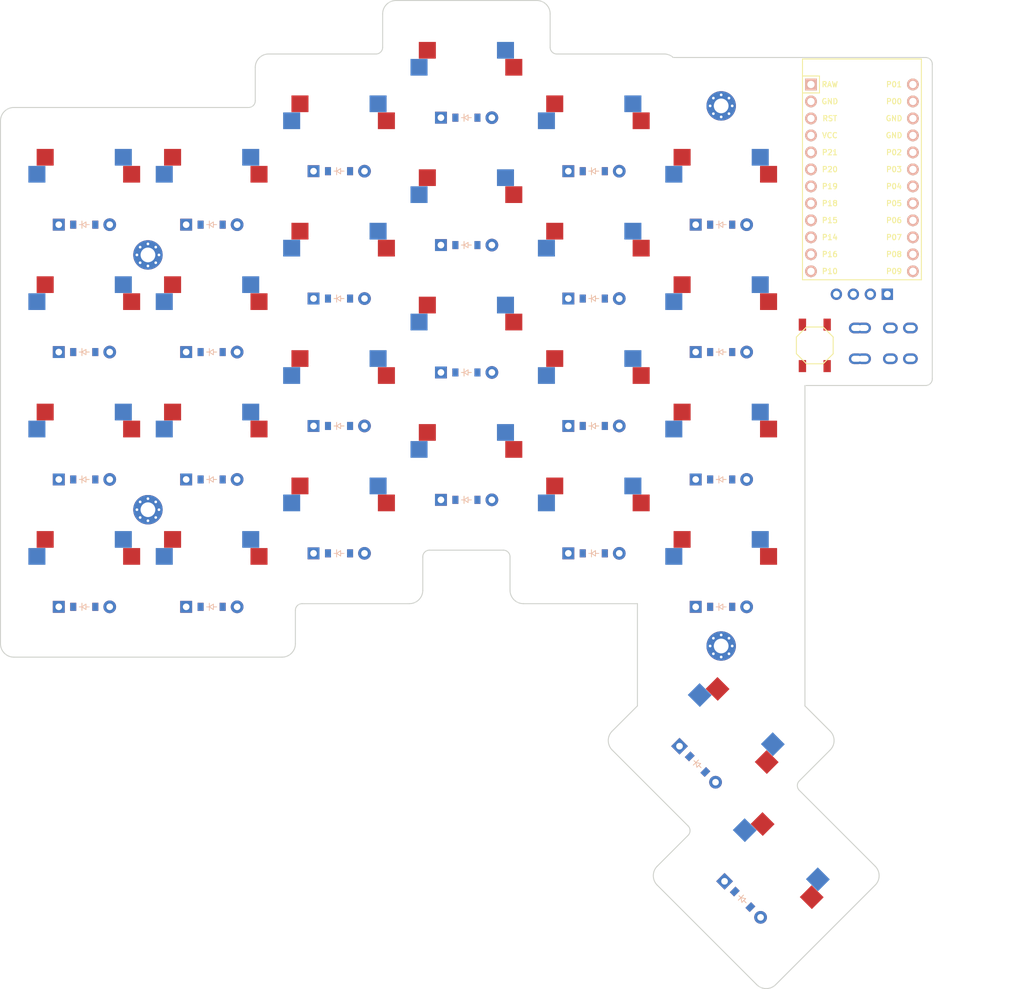
<source format=kicad_pcb>


(kicad_pcb (version 20171130) (host pcbnew 5.1.6)

  (page A3)
  (title_block
    (title "main_pcb")
    (rev "v1.0.0")
    (company "Unknown")
  )

  (general
    (thickness 1.6)
  )

  (layers
    (0 F.Cu signal)
    (31 B.Cu signal)
    (32 B.Adhes user)
    (33 F.Adhes user)
    (34 B.Paste user)
    (35 F.Paste user)
    (36 B.SilkS user)
    (37 F.SilkS user)
    (38 B.Mask user)
    (39 F.Mask user)
    (40 Dwgs.User user)
    (41 Cmts.User user)
    (42 Eco1.User user)
    (43 Eco2.User user)
    (44 Edge.Cuts user)
    (45 Margin user)
    (46 B.CrtYd user)
    (47 F.CrtYd user)
    (48 B.Fab user)
    (49 F.Fab user)
  )

  (setup
    (last_trace_width 0.25)
    (trace_clearance 0.2)
    (zone_clearance 0.508)
    (zone_45_only no)
    (trace_min 0.2)
    (via_size 0.8)
    (via_drill 0.4)
    (via_min_size 0.4)
    (via_min_drill 0.3)
    (uvia_size 0.3)
    (uvia_drill 0.1)
    (uvias_allowed no)
    (uvia_min_size 0.2)
    (uvia_min_drill 0.1)
    (edge_width 0.05)
    (segment_width 0.2)
    (pcb_text_width 0.3)
    (pcb_text_size 1.5 1.5)
    (mod_edge_width 0.12)
    (mod_text_size 1 1)
    (mod_text_width 0.15)
    (pad_size 1.524 1.524)
    (pad_drill 0.762)
    (pad_to_mask_clearance 0.05)
    (aux_axis_origin 0 0)
    (visible_elements FFFFFF7F)
    (pcbplotparams
      (layerselection 0x010fc_ffffffff)
      (usegerberextensions false)
      (usegerberattributes true)
      (usegerberadvancedattributes true)
      (creategerberjobfile true)
      (excludeedgelayer true)
      (linewidth 0.100000)
      (plotframeref false)
      (viasonmask false)
      (mode 1)
      (useauxorigin false)
      (hpglpennumber 1)
      (hpglpenspeed 20)
      (hpglpendiameter 15.000000)
      (psnegative false)
      (psa4output false)
      (plotreference true)
      (plotvalue true)
      (plotinvisibletext false)
      (padsonsilk false)
      (subtractmaskfromsilk false)
      (outputformat 1)
      (mirror false)
      (drillshape 1)
      (scaleselection 1)
      (outputdirectory ""))
  )

  (net 0 "")
(net 1 "P14")
(net 2 "pinky_bottom")
(net 3 "pinky_home")
(net 4 "pinky_num")
(net 5 "pinky_top")
(net 6 "P16")
(net 7 "ring_bottom")
(net 8 "ring_home")
(net 9 "ring_num")
(net 10 "ring_top")
(net 11 "P10")
(net 12 "middle_bottom")
(net 13 "middle_home")
(net 14 "middle_num")
(net 15 "middle_top")
(net 16 "P07")
(net 17 "index_bottom")
(net 18 "index_home")
(net 19 "index_num")
(net 20 "index_top")
(net 21 "P08")
(net 22 "inner_bottom")
(net 23 "inner_home")
(net 24 "inner_num")
(net 25 "inner_top")
(net 26 "P09")
(net 27 "aditional_bottom")
(net 28 "aditional_home")
(net 29 "aditional_num")
(net 30 "aditional_top")
(net 31 "one_main")
(net 32 "two_main")
(net 33 "P18")
(net 34 "P19")
(net 35 "P20")
(net 36 "P21")
(net 37 "P15")
(net 38 "RAW")
(net 39 "GND")
(net 40 "RST")
(net 41 "VCC")
(net 42 "P1")
(net 43 "P0")
(net 44 "P2")
(net 45 "P3")
(net 46 "P4")
(net 47 "P5")
(net 48 "P6")
(net 49 "P7")
(net 50 "P8")
(net 51 "P9")

  (net_class Default "This is the default net class."
    (clearance 0.2)
    (trace_width 0.25)
    (via_dia 0.8)
    (via_drill 0.4)
    (uvia_dia 0.3)
    (uvia_drill 0.1)
    (add_net "")
(add_net "P14")
(add_net "pinky_bottom")
(add_net "pinky_home")
(add_net "pinky_num")
(add_net "pinky_top")
(add_net "P16")
(add_net "ring_bottom")
(add_net "ring_home")
(add_net "ring_num")
(add_net "ring_top")
(add_net "P10")
(add_net "middle_bottom")
(add_net "middle_home")
(add_net "middle_num")
(add_net "middle_top")
(add_net "P07")
(add_net "index_bottom")
(add_net "index_home")
(add_net "index_num")
(add_net "index_top")
(add_net "P08")
(add_net "inner_bottom")
(add_net "inner_home")
(add_net "inner_num")
(add_net "inner_top")
(add_net "P09")
(add_net "aditional_bottom")
(add_net "aditional_home")
(add_net "aditional_num")
(add_net "aditional_top")
(add_net "one_main")
(add_net "two_main")
(add_net "P18")
(add_net "P19")
(add_net "P20")
(add_net "P21")
(add_net "P15")
(add_net "RAW")
(add_net "GND")
(add_net "RST")
(add_net "VCC")
(add_net "P1")
(add_net "P0")
(add_net "P2")
(add_net "P3")
(add_net "P4")
(add_net "P5")
(add_net "P6")
(add_net "P7")
(add_net "P8")
(add_net "P9")
  )

  
        
      (module MX (layer F.Cu) (tedit 5DD4F656)
      (at 150 150 0)

      
      (fp_text reference "S1" (at 0 0) (layer F.SilkS) hide (effects (font (size 1.27 1.27) (thickness 0.15))))
      (fp_text value "" (at 0 0) (layer F.SilkS) hide (effects (font (size 1.27 1.27) (thickness 0.15))))

      
      (fp_line (start -7 -6) (end -7 -7) (layer Dwgs.User) (width 0.15))
      (fp_line (start -7 7) (end -6 7) (layer Dwgs.User) (width 0.15))
      (fp_line (start -6 -7) (end -7 -7) (layer Dwgs.User) (width 0.15))
      (fp_line (start -7 7) (end -7 6) (layer Dwgs.User) (width 0.15))
      (fp_line (start 7 6) (end 7 7) (layer Dwgs.User) (width 0.15))
      (fp_line (start 7 -7) (end 6 -7) (layer Dwgs.User) (width 0.15))
      (fp_line (start 6 7) (end 7 7) (layer Dwgs.User) (width 0.15))
      (fp_line (start 7 -7) (end 7 -6) (layer Dwgs.User) (width 0.15))
    
      
      (pad "" np_thru_hole circle (at 0 0) (size 3.9878 3.9878) (drill 3.9878) (layers *.Cu *.Mask))

      
      (pad "" np_thru_hole circle (at 5.08 0) (size 1.7018 1.7018) (drill 1.7018) (layers *.Cu *.Mask))
      (pad "" np_thru_hole circle (at -5.08 0) (size 1.7018 1.7018) (drill 1.7018) (layers *.Cu *.Mask))
      
        
        
        
        (pad "" np_thru_hole circle (at 2.54 -5.08) (size 3 3) (drill 3) (layers *.Cu *.Mask))
        (pad "" np_thru_hole circle (at -3.81 -2.54) (size 3 3) (drill 3) (layers *.Cu *.Mask))
        
        
        (pad 1 smd rect (at -7.085 -2.54 0) (size 2.55 2.5) (layers B.Cu B.Paste B.Mask) (net 1 "P14"))
        (pad 2 smd rect (at 5.842 -5.08 0) (size 2.55 2.5) (layers B.Cu B.Paste B.Mask) (net 2 "pinky_bottom"))
        
        
        
        (pad "" np_thru_hole circle (at -2.54 -5.08) (size 3 3) (drill 3) (layers *.Cu *.Mask))
        (pad "" np_thru_hole circle (at 3.81 -2.54) (size 3 3) (drill 3) (layers *.Cu *.Mask))
        
        
        (pad 1 smd rect (at 7.085 -2.54 0) (size 2.55 2.5) (layers F.Cu F.Paste F.Mask) (net 1 "P14"))
        (pad 2 smd rect (at -5.842 -5.08 0) (size 2.55 2.5) (layers F.Cu F.Paste F.Mask) (net 2 "pinky_bottom"))
        )
        

        
      (module MX (layer F.Cu) (tedit 5DD4F656)
      (at 150 130.95 0)

      
      (fp_text reference "S2" (at 0 0) (layer F.SilkS) hide (effects (font (size 1.27 1.27) (thickness 0.15))))
      (fp_text value "" (at 0 0) (layer F.SilkS) hide (effects (font (size 1.27 1.27) (thickness 0.15))))

      
      (fp_line (start -7 -6) (end -7 -7) (layer Dwgs.User) (width 0.15))
      (fp_line (start -7 7) (end -6 7) (layer Dwgs.User) (width 0.15))
      (fp_line (start -6 -7) (end -7 -7) (layer Dwgs.User) (width 0.15))
      (fp_line (start -7 7) (end -7 6) (layer Dwgs.User) (width 0.15))
      (fp_line (start 7 6) (end 7 7) (layer Dwgs.User) (width 0.15))
      (fp_line (start 7 -7) (end 6 -7) (layer Dwgs.User) (width 0.15))
      (fp_line (start 6 7) (end 7 7) (layer Dwgs.User) (width 0.15))
      (fp_line (start 7 -7) (end 7 -6) (layer Dwgs.User) (width 0.15))
    
      
      (pad "" np_thru_hole circle (at 0 0) (size 3.9878 3.9878) (drill 3.9878) (layers *.Cu *.Mask))

      
      (pad "" np_thru_hole circle (at 5.08 0) (size 1.7018 1.7018) (drill 1.7018) (layers *.Cu *.Mask))
      (pad "" np_thru_hole circle (at -5.08 0) (size 1.7018 1.7018) (drill 1.7018) (layers *.Cu *.Mask))
      
        
        
        
        (pad "" np_thru_hole circle (at 2.54 -5.08) (size 3 3) (drill 3) (layers *.Cu *.Mask))
        (pad "" np_thru_hole circle (at -3.81 -2.54) (size 3 3) (drill 3) (layers *.Cu *.Mask))
        
        
        (pad 1 smd rect (at -7.085 -2.54 0) (size 2.55 2.5) (layers B.Cu B.Paste B.Mask) (net 1 "P14"))
        (pad 2 smd rect (at 5.842 -5.08 0) (size 2.55 2.5) (layers B.Cu B.Paste B.Mask) (net 3 "pinky_home"))
        
        
        
        (pad "" np_thru_hole circle (at -2.54 -5.08) (size 3 3) (drill 3) (layers *.Cu *.Mask))
        (pad "" np_thru_hole circle (at 3.81 -2.54) (size 3 3) (drill 3) (layers *.Cu *.Mask))
        
        
        (pad 1 smd rect (at 7.085 -2.54 0) (size 2.55 2.5) (layers F.Cu F.Paste F.Mask) (net 1 "P14"))
        (pad 2 smd rect (at -5.842 -5.08 0) (size 2.55 2.5) (layers F.Cu F.Paste F.Mask) (net 3 "pinky_home"))
        )
        

        
      (module MX (layer F.Cu) (tedit 5DD4F656)
      (at 150 111.89999999999999 0)

      
      (fp_text reference "S3" (at 0 0) (layer F.SilkS) hide (effects (font (size 1.27 1.27) (thickness 0.15))))
      (fp_text value "" (at 0 0) (layer F.SilkS) hide (effects (font (size 1.27 1.27) (thickness 0.15))))

      
      (fp_line (start -7 -6) (end -7 -7) (layer Dwgs.User) (width 0.15))
      (fp_line (start -7 7) (end -6 7) (layer Dwgs.User) (width 0.15))
      (fp_line (start -6 -7) (end -7 -7) (layer Dwgs.User) (width 0.15))
      (fp_line (start -7 7) (end -7 6) (layer Dwgs.User) (width 0.15))
      (fp_line (start 7 6) (end 7 7) (layer Dwgs.User) (width 0.15))
      (fp_line (start 7 -7) (end 6 -7) (layer Dwgs.User) (width 0.15))
      (fp_line (start 6 7) (end 7 7) (layer Dwgs.User) (width 0.15))
      (fp_line (start 7 -7) (end 7 -6) (layer Dwgs.User) (width 0.15))
    
      
      (pad "" np_thru_hole circle (at 0 0) (size 3.9878 3.9878) (drill 3.9878) (layers *.Cu *.Mask))

      
      (pad "" np_thru_hole circle (at 5.08 0) (size 1.7018 1.7018) (drill 1.7018) (layers *.Cu *.Mask))
      (pad "" np_thru_hole circle (at -5.08 0) (size 1.7018 1.7018) (drill 1.7018) (layers *.Cu *.Mask))
      
        
        
        
        (pad "" np_thru_hole circle (at 2.54 -5.08) (size 3 3) (drill 3) (layers *.Cu *.Mask))
        (pad "" np_thru_hole circle (at -3.81 -2.54) (size 3 3) (drill 3) (layers *.Cu *.Mask))
        
        
        (pad 1 smd rect (at -7.085 -2.54 0) (size 2.55 2.5) (layers B.Cu B.Paste B.Mask) (net 1 "P14"))
        (pad 2 smd rect (at 5.842 -5.08 0) (size 2.55 2.5) (layers B.Cu B.Paste B.Mask) (net 4 "pinky_num"))
        
        
        
        (pad "" np_thru_hole circle (at -2.54 -5.08) (size 3 3) (drill 3) (layers *.Cu *.Mask))
        (pad "" np_thru_hole circle (at 3.81 -2.54) (size 3 3) (drill 3) (layers *.Cu *.Mask))
        
        
        (pad 1 smd rect (at 7.085 -2.54 0) (size 2.55 2.5) (layers F.Cu F.Paste F.Mask) (net 1 "P14"))
        (pad 2 smd rect (at -5.842 -5.08 0) (size 2.55 2.5) (layers F.Cu F.Paste F.Mask) (net 4 "pinky_num"))
        )
        

        
      (module MX (layer F.Cu) (tedit 5DD4F656)
      (at 150 92.85 0)

      
      (fp_text reference "S4" (at 0 0) (layer F.SilkS) hide (effects (font (size 1.27 1.27) (thickness 0.15))))
      (fp_text value "" (at 0 0) (layer F.SilkS) hide (effects (font (size 1.27 1.27) (thickness 0.15))))

      
      (fp_line (start -7 -6) (end -7 -7) (layer Dwgs.User) (width 0.15))
      (fp_line (start -7 7) (end -6 7) (layer Dwgs.User) (width 0.15))
      (fp_line (start -6 -7) (end -7 -7) (layer Dwgs.User) (width 0.15))
      (fp_line (start -7 7) (end -7 6) (layer Dwgs.User) (width 0.15))
      (fp_line (start 7 6) (end 7 7) (layer Dwgs.User) (width 0.15))
      (fp_line (start 7 -7) (end 6 -7) (layer Dwgs.User) (width 0.15))
      (fp_line (start 6 7) (end 7 7) (layer Dwgs.User) (width 0.15))
      (fp_line (start 7 -7) (end 7 -6) (layer Dwgs.User) (width 0.15))
    
      
      (pad "" np_thru_hole circle (at 0 0) (size 3.9878 3.9878) (drill 3.9878) (layers *.Cu *.Mask))

      
      (pad "" np_thru_hole circle (at 5.08 0) (size 1.7018 1.7018) (drill 1.7018) (layers *.Cu *.Mask))
      (pad "" np_thru_hole circle (at -5.08 0) (size 1.7018 1.7018) (drill 1.7018) (layers *.Cu *.Mask))
      
        
        
        
        (pad "" np_thru_hole circle (at 2.54 -5.08) (size 3 3) (drill 3) (layers *.Cu *.Mask))
        (pad "" np_thru_hole circle (at -3.81 -2.54) (size 3 3) (drill 3) (layers *.Cu *.Mask))
        
        
        (pad 1 smd rect (at -7.085 -2.54 0) (size 2.55 2.5) (layers B.Cu B.Paste B.Mask) (net 1 "P14"))
        (pad 2 smd rect (at 5.842 -5.08 0) (size 2.55 2.5) (layers B.Cu B.Paste B.Mask) (net 5 "pinky_top"))
        
        
        
        (pad "" np_thru_hole circle (at -2.54 -5.08) (size 3 3) (drill 3) (layers *.Cu *.Mask))
        (pad "" np_thru_hole circle (at 3.81 -2.54) (size 3 3) (drill 3) (layers *.Cu *.Mask))
        
        
        (pad 1 smd rect (at 7.085 -2.54 0) (size 2.55 2.5) (layers F.Cu F.Paste F.Mask) (net 1 "P14"))
        (pad 2 smd rect (at -5.842 -5.08 0) (size 2.55 2.5) (layers F.Cu F.Paste F.Mask) (net 5 "pinky_top"))
        )
        

        
      (module MX (layer F.Cu) (tedit 5DD4F656)
      (at 169.05 150 0)

      
      (fp_text reference "S5" (at 0 0) (layer F.SilkS) hide (effects (font (size 1.27 1.27) (thickness 0.15))))
      (fp_text value "" (at 0 0) (layer F.SilkS) hide (effects (font (size 1.27 1.27) (thickness 0.15))))

      
      (fp_line (start -7 -6) (end -7 -7) (layer Dwgs.User) (width 0.15))
      (fp_line (start -7 7) (end -6 7) (layer Dwgs.User) (width 0.15))
      (fp_line (start -6 -7) (end -7 -7) (layer Dwgs.User) (width 0.15))
      (fp_line (start -7 7) (end -7 6) (layer Dwgs.User) (width 0.15))
      (fp_line (start 7 6) (end 7 7) (layer Dwgs.User) (width 0.15))
      (fp_line (start 7 -7) (end 6 -7) (layer Dwgs.User) (width 0.15))
      (fp_line (start 6 7) (end 7 7) (layer Dwgs.User) (width 0.15))
      (fp_line (start 7 -7) (end 7 -6) (layer Dwgs.User) (width 0.15))
    
      
      (pad "" np_thru_hole circle (at 0 0) (size 3.9878 3.9878) (drill 3.9878) (layers *.Cu *.Mask))

      
      (pad "" np_thru_hole circle (at 5.08 0) (size 1.7018 1.7018) (drill 1.7018) (layers *.Cu *.Mask))
      (pad "" np_thru_hole circle (at -5.08 0) (size 1.7018 1.7018) (drill 1.7018) (layers *.Cu *.Mask))
      
        
        
        
        (pad "" np_thru_hole circle (at 2.54 -5.08) (size 3 3) (drill 3) (layers *.Cu *.Mask))
        (pad "" np_thru_hole circle (at -3.81 -2.54) (size 3 3) (drill 3) (layers *.Cu *.Mask))
        
        
        (pad 1 smd rect (at -7.085 -2.54 0) (size 2.55 2.5) (layers B.Cu B.Paste B.Mask) (net 6 "P16"))
        (pad 2 smd rect (at 5.842 -5.08 0) (size 2.55 2.5) (layers B.Cu B.Paste B.Mask) (net 7 "ring_bottom"))
        
        
        
        (pad "" np_thru_hole circle (at -2.54 -5.08) (size 3 3) (drill 3) (layers *.Cu *.Mask))
        (pad "" np_thru_hole circle (at 3.81 -2.54) (size 3 3) (drill 3) (layers *.Cu *.Mask))
        
        
        (pad 1 smd rect (at 7.085 -2.54 0) (size 2.55 2.5) (layers F.Cu F.Paste F.Mask) (net 6 "P16"))
        (pad 2 smd rect (at -5.842 -5.08 0) (size 2.55 2.5) (layers F.Cu F.Paste F.Mask) (net 7 "ring_bottom"))
        )
        

        
      (module MX (layer F.Cu) (tedit 5DD4F656)
      (at 169.05 130.95 0)

      
      (fp_text reference "S6" (at 0 0) (layer F.SilkS) hide (effects (font (size 1.27 1.27) (thickness 0.15))))
      (fp_text value "" (at 0 0) (layer F.SilkS) hide (effects (font (size 1.27 1.27) (thickness 0.15))))

      
      (fp_line (start -7 -6) (end -7 -7) (layer Dwgs.User) (width 0.15))
      (fp_line (start -7 7) (end -6 7) (layer Dwgs.User) (width 0.15))
      (fp_line (start -6 -7) (end -7 -7) (layer Dwgs.User) (width 0.15))
      (fp_line (start -7 7) (end -7 6) (layer Dwgs.User) (width 0.15))
      (fp_line (start 7 6) (end 7 7) (layer Dwgs.User) (width 0.15))
      (fp_line (start 7 -7) (end 6 -7) (layer Dwgs.User) (width 0.15))
      (fp_line (start 6 7) (end 7 7) (layer Dwgs.User) (width 0.15))
      (fp_line (start 7 -7) (end 7 -6) (layer Dwgs.User) (width 0.15))
    
      
      (pad "" np_thru_hole circle (at 0 0) (size 3.9878 3.9878) (drill 3.9878) (layers *.Cu *.Mask))

      
      (pad "" np_thru_hole circle (at 5.08 0) (size 1.7018 1.7018) (drill 1.7018) (layers *.Cu *.Mask))
      (pad "" np_thru_hole circle (at -5.08 0) (size 1.7018 1.7018) (drill 1.7018) (layers *.Cu *.Mask))
      
        
        
        
        (pad "" np_thru_hole circle (at 2.54 -5.08) (size 3 3) (drill 3) (layers *.Cu *.Mask))
        (pad "" np_thru_hole circle (at -3.81 -2.54) (size 3 3) (drill 3) (layers *.Cu *.Mask))
        
        
        (pad 1 smd rect (at -7.085 -2.54 0) (size 2.55 2.5) (layers B.Cu B.Paste B.Mask) (net 6 "P16"))
        (pad 2 smd rect (at 5.842 -5.08 0) (size 2.55 2.5) (layers B.Cu B.Paste B.Mask) (net 8 "ring_home"))
        
        
        
        (pad "" np_thru_hole circle (at -2.54 -5.08) (size 3 3) (drill 3) (layers *.Cu *.Mask))
        (pad "" np_thru_hole circle (at 3.81 -2.54) (size 3 3) (drill 3) (layers *.Cu *.Mask))
        
        
        (pad 1 smd rect (at 7.085 -2.54 0) (size 2.55 2.5) (layers F.Cu F.Paste F.Mask) (net 6 "P16"))
        (pad 2 smd rect (at -5.842 -5.08 0) (size 2.55 2.5) (layers F.Cu F.Paste F.Mask) (net 8 "ring_home"))
        )
        

        
      (module MX (layer F.Cu) (tedit 5DD4F656)
      (at 169.05 111.89999999999999 0)

      
      (fp_text reference "S7" (at 0 0) (layer F.SilkS) hide (effects (font (size 1.27 1.27) (thickness 0.15))))
      (fp_text value "" (at 0 0) (layer F.SilkS) hide (effects (font (size 1.27 1.27) (thickness 0.15))))

      
      (fp_line (start -7 -6) (end -7 -7) (layer Dwgs.User) (width 0.15))
      (fp_line (start -7 7) (end -6 7) (layer Dwgs.User) (width 0.15))
      (fp_line (start -6 -7) (end -7 -7) (layer Dwgs.User) (width 0.15))
      (fp_line (start -7 7) (end -7 6) (layer Dwgs.User) (width 0.15))
      (fp_line (start 7 6) (end 7 7) (layer Dwgs.User) (width 0.15))
      (fp_line (start 7 -7) (end 6 -7) (layer Dwgs.User) (width 0.15))
      (fp_line (start 6 7) (end 7 7) (layer Dwgs.User) (width 0.15))
      (fp_line (start 7 -7) (end 7 -6) (layer Dwgs.User) (width 0.15))
    
      
      (pad "" np_thru_hole circle (at 0 0) (size 3.9878 3.9878) (drill 3.9878) (layers *.Cu *.Mask))

      
      (pad "" np_thru_hole circle (at 5.08 0) (size 1.7018 1.7018) (drill 1.7018) (layers *.Cu *.Mask))
      (pad "" np_thru_hole circle (at -5.08 0) (size 1.7018 1.7018) (drill 1.7018) (layers *.Cu *.Mask))
      
        
        
        
        (pad "" np_thru_hole circle (at 2.54 -5.08) (size 3 3) (drill 3) (layers *.Cu *.Mask))
        (pad "" np_thru_hole circle (at -3.81 -2.54) (size 3 3) (drill 3) (layers *.Cu *.Mask))
        
        
        (pad 1 smd rect (at -7.085 -2.54 0) (size 2.55 2.5) (layers B.Cu B.Paste B.Mask) (net 6 "P16"))
        (pad 2 smd rect (at 5.842 -5.08 0) (size 2.55 2.5) (layers B.Cu B.Paste B.Mask) (net 9 "ring_num"))
        
        
        
        (pad "" np_thru_hole circle (at -2.54 -5.08) (size 3 3) (drill 3) (layers *.Cu *.Mask))
        (pad "" np_thru_hole circle (at 3.81 -2.54) (size 3 3) (drill 3) (layers *.Cu *.Mask))
        
        
        (pad 1 smd rect (at 7.085 -2.54 0) (size 2.55 2.5) (layers F.Cu F.Paste F.Mask) (net 6 "P16"))
        (pad 2 smd rect (at -5.842 -5.08 0) (size 2.55 2.5) (layers F.Cu F.Paste F.Mask) (net 9 "ring_num"))
        )
        

        
      (module MX (layer F.Cu) (tedit 5DD4F656)
      (at 169.05 92.85 0)

      
      (fp_text reference "S8" (at 0 0) (layer F.SilkS) hide (effects (font (size 1.27 1.27) (thickness 0.15))))
      (fp_text value "" (at 0 0) (layer F.SilkS) hide (effects (font (size 1.27 1.27) (thickness 0.15))))

      
      (fp_line (start -7 -6) (end -7 -7) (layer Dwgs.User) (width 0.15))
      (fp_line (start -7 7) (end -6 7) (layer Dwgs.User) (width 0.15))
      (fp_line (start -6 -7) (end -7 -7) (layer Dwgs.User) (width 0.15))
      (fp_line (start -7 7) (end -7 6) (layer Dwgs.User) (width 0.15))
      (fp_line (start 7 6) (end 7 7) (layer Dwgs.User) (width 0.15))
      (fp_line (start 7 -7) (end 6 -7) (layer Dwgs.User) (width 0.15))
      (fp_line (start 6 7) (end 7 7) (layer Dwgs.User) (width 0.15))
      (fp_line (start 7 -7) (end 7 -6) (layer Dwgs.User) (width 0.15))
    
      
      (pad "" np_thru_hole circle (at 0 0) (size 3.9878 3.9878) (drill 3.9878) (layers *.Cu *.Mask))

      
      (pad "" np_thru_hole circle (at 5.08 0) (size 1.7018 1.7018) (drill 1.7018) (layers *.Cu *.Mask))
      (pad "" np_thru_hole circle (at -5.08 0) (size 1.7018 1.7018) (drill 1.7018) (layers *.Cu *.Mask))
      
        
        
        
        (pad "" np_thru_hole circle (at 2.54 -5.08) (size 3 3) (drill 3) (layers *.Cu *.Mask))
        (pad "" np_thru_hole circle (at -3.81 -2.54) (size 3 3) (drill 3) (layers *.Cu *.Mask))
        
        
        (pad 1 smd rect (at -7.085 -2.54 0) (size 2.55 2.5) (layers B.Cu B.Paste B.Mask) (net 6 "P16"))
        (pad 2 smd rect (at 5.842 -5.08 0) (size 2.55 2.5) (layers B.Cu B.Paste B.Mask) (net 10 "ring_top"))
        
        
        
        (pad "" np_thru_hole circle (at -2.54 -5.08) (size 3 3) (drill 3) (layers *.Cu *.Mask))
        (pad "" np_thru_hole circle (at 3.81 -2.54) (size 3 3) (drill 3) (layers *.Cu *.Mask))
        
        
        (pad 1 smd rect (at 7.085 -2.54 0) (size 2.55 2.5) (layers F.Cu F.Paste F.Mask) (net 6 "P16"))
        (pad 2 smd rect (at -5.842 -5.08 0) (size 2.55 2.5) (layers F.Cu F.Paste F.Mask) (net 10 "ring_top"))
        )
        

        
      (module MX (layer F.Cu) (tedit 5DD4F656)
      (at 188.1 142 0)

      
      (fp_text reference "S9" (at 0 0) (layer F.SilkS) hide (effects (font (size 1.27 1.27) (thickness 0.15))))
      (fp_text value "" (at 0 0) (layer F.SilkS) hide (effects (font (size 1.27 1.27) (thickness 0.15))))

      
      (fp_line (start -7 -6) (end -7 -7) (layer Dwgs.User) (width 0.15))
      (fp_line (start -7 7) (end -6 7) (layer Dwgs.User) (width 0.15))
      (fp_line (start -6 -7) (end -7 -7) (layer Dwgs.User) (width 0.15))
      (fp_line (start -7 7) (end -7 6) (layer Dwgs.User) (width 0.15))
      (fp_line (start 7 6) (end 7 7) (layer Dwgs.User) (width 0.15))
      (fp_line (start 7 -7) (end 6 -7) (layer Dwgs.User) (width 0.15))
      (fp_line (start 6 7) (end 7 7) (layer Dwgs.User) (width 0.15))
      (fp_line (start 7 -7) (end 7 -6) (layer Dwgs.User) (width 0.15))
    
      
      (pad "" np_thru_hole circle (at 0 0) (size 3.9878 3.9878) (drill 3.9878) (layers *.Cu *.Mask))

      
      (pad "" np_thru_hole circle (at 5.08 0) (size 1.7018 1.7018) (drill 1.7018) (layers *.Cu *.Mask))
      (pad "" np_thru_hole circle (at -5.08 0) (size 1.7018 1.7018) (drill 1.7018) (layers *.Cu *.Mask))
      
        
        
        
        (pad "" np_thru_hole circle (at 2.54 -5.08) (size 3 3) (drill 3) (layers *.Cu *.Mask))
        (pad "" np_thru_hole circle (at -3.81 -2.54) (size 3 3) (drill 3) (layers *.Cu *.Mask))
        
        
        (pad 1 smd rect (at -7.085 -2.54 0) (size 2.55 2.5) (layers B.Cu B.Paste B.Mask) (net 11 "P10"))
        (pad 2 smd rect (at 5.842 -5.08 0) (size 2.55 2.5) (layers B.Cu B.Paste B.Mask) (net 12 "middle_bottom"))
        
        
        
        (pad "" np_thru_hole circle (at -2.54 -5.08) (size 3 3) (drill 3) (layers *.Cu *.Mask))
        (pad "" np_thru_hole circle (at 3.81 -2.54) (size 3 3) (drill 3) (layers *.Cu *.Mask))
        
        
        (pad 1 smd rect (at 7.085 -2.54 0) (size 2.55 2.5) (layers F.Cu F.Paste F.Mask) (net 11 "P10"))
        (pad 2 smd rect (at -5.842 -5.08 0) (size 2.55 2.5) (layers F.Cu F.Paste F.Mask) (net 12 "middle_bottom"))
        )
        

        
      (module MX (layer F.Cu) (tedit 5DD4F656)
      (at 188.1 122.95 0)

      
      (fp_text reference "S10" (at 0 0) (layer F.SilkS) hide (effects (font (size 1.27 1.27) (thickness 0.15))))
      (fp_text value "" (at 0 0) (layer F.SilkS) hide (effects (font (size 1.27 1.27) (thickness 0.15))))

      
      (fp_line (start -7 -6) (end -7 -7) (layer Dwgs.User) (width 0.15))
      (fp_line (start -7 7) (end -6 7) (layer Dwgs.User) (width 0.15))
      (fp_line (start -6 -7) (end -7 -7) (layer Dwgs.User) (width 0.15))
      (fp_line (start -7 7) (end -7 6) (layer Dwgs.User) (width 0.15))
      (fp_line (start 7 6) (end 7 7) (layer Dwgs.User) (width 0.15))
      (fp_line (start 7 -7) (end 6 -7) (layer Dwgs.User) (width 0.15))
      (fp_line (start 6 7) (end 7 7) (layer Dwgs.User) (width 0.15))
      (fp_line (start 7 -7) (end 7 -6) (layer Dwgs.User) (width 0.15))
    
      
      (pad "" np_thru_hole circle (at 0 0) (size 3.9878 3.9878) (drill 3.9878) (layers *.Cu *.Mask))

      
      (pad "" np_thru_hole circle (at 5.08 0) (size 1.7018 1.7018) (drill 1.7018) (layers *.Cu *.Mask))
      (pad "" np_thru_hole circle (at -5.08 0) (size 1.7018 1.7018) (drill 1.7018) (layers *.Cu *.Mask))
      
        
        
        
        (pad "" np_thru_hole circle (at 2.54 -5.08) (size 3 3) (drill 3) (layers *.Cu *.Mask))
        (pad "" np_thru_hole circle (at -3.81 -2.54) (size 3 3) (drill 3) (layers *.Cu *.Mask))
        
        
        (pad 1 smd rect (at -7.085 -2.54 0) (size 2.55 2.5) (layers B.Cu B.Paste B.Mask) (net 11 "P10"))
        (pad 2 smd rect (at 5.842 -5.08 0) (size 2.55 2.5) (layers B.Cu B.Paste B.Mask) (net 13 "middle_home"))
        
        
        
        (pad "" np_thru_hole circle (at -2.54 -5.08) (size 3 3) (drill 3) (layers *.Cu *.Mask))
        (pad "" np_thru_hole circle (at 3.81 -2.54) (size 3 3) (drill 3) (layers *.Cu *.Mask))
        
        
        (pad 1 smd rect (at 7.085 -2.54 0) (size 2.55 2.5) (layers F.Cu F.Paste F.Mask) (net 11 "P10"))
        (pad 2 smd rect (at -5.842 -5.08 0) (size 2.55 2.5) (layers F.Cu F.Paste F.Mask) (net 13 "middle_home"))
        )
        

        
      (module MX (layer F.Cu) (tedit 5DD4F656)
      (at 188.1 103.9 0)

      
      (fp_text reference "S11" (at 0 0) (layer F.SilkS) hide (effects (font (size 1.27 1.27) (thickness 0.15))))
      (fp_text value "" (at 0 0) (layer F.SilkS) hide (effects (font (size 1.27 1.27) (thickness 0.15))))

      
      (fp_line (start -7 -6) (end -7 -7) (layer Dwgs.User) (width 0.15))
      (fp_line (start -7 7) (end -6 7) (layer Dwgs.User) (width 0.15))
      (fp_line (start -6 -7) (end -7 -7) (layer Dwgs.User) (width 0.15))
      (fp_line (start -7 7) (end -7 6) (layer Dwgs.User) (width 0.15))
      (fp_line (start 7 6) (end 7 7) (layer Dwgs.User) (width 0.15))
      (fp_line (start 7 -7) (end 6 -7) (layer Dwgs.User) (width 0.15))
      (fp_line (start 6 7) (end 7 7) (layer Dwgs.User) (width 0.15))
      (fp_line (start 7 -7) (end 7 -6) (layer Dwgs.User) (width 0.15))
    
      
      (pad "" np_thru_hole circle (at 0 0) (size 3.9878 3.9878) (drill 3.9878) (layers *.Cu *.Mask))

      
      (pad "" np_thru_hole circle (at 5.08 0) (size 1.7018 1.7018) (drill 1.7018) (layers *.Cu *.Mask))
      (pad "" np_thru_hole circle (at -5.08 0) (size 1.7018 1.7018) (drill 1.7018) (layers *.Cu *.Mask))
      
        
        
        
        (pad "" np_thru_hole circle (at 2.54 -5.08) (size 3 3) (drill 3) (layers *.Cu *.Mask))
        (pad "" np_thru_hole circle (at -3.81 -2.54) (size 3 3) (drill 3) (layers *.Cu *.Mask))
        
        
        (pad 1 smd rect (at -7.085 -2.54 0) (size 2.55 2.5) (layers B.Cu B.Paste B.Mask) (net 11 "P10"))
        (pad 2 smd rect (at 5.842 -5.08 0) (size 2.55 2.5) (layers B.Cu B.Paste B.Mask) (net 14 "middle_num"))
        
        
        
        (pad "" np_thru_hole circle (at -2.54 -5.08) (size 3 3) (drill 3) (layers *.Cu *.Mask))
        (pad "" np_thru_hole circle (at 3.81 -2.54) (size 3 3) (drill 3) (layers *.Cu *.Mask))
        
        
        (pad 1 smd rect (at 7.085 -2.54 0) (size 2.55 2.5) (layers F.Cu F.Paste F.Mask) (net 11 "P10"))
        (pad 2 smd rect (at -5.842 -5.08 0) (size 2.55 2.5) (layers F.Cu F.Paste F.Mask) (net 14 "middle_num"))
        )
        

        
      (module MX (layer F.Cu) (tedit 5DD4F656)
      (at 188.1 84.85000000000001 0)

      
      (fp_text reference "S12" (at 0 0) (layer F.SilkS) hide (effects (font (size 1.27 1.27) (thickness 0.15))))
      (fp_text value "" (at 0 0) (layer F.SilkS) hide (effects (font (size 1.27 1.27) (thickness 0.15))))

      
      (fp_line (start -7 -6) (end -7 -7) (layer Dwgs.User) (width 0.15))
      (fp_line (start -7 7) (end -6 7) (layer Dwgs.User) (width 0.15))
      (fp_line (start -6 -7) (end -7 -7) (layer Dwgs.User) (width 0.15))
      (fp_line (start -7 7) (end -7 6) (layer Dwgs.User) (width 0.15))
      (fp_line (start 7 6) (end 7 7) (layer Dwgs.User) (width 0.15))
      (fp_line (start 7 -7) (end 6 -7) (layer Dwgs.User) (width 0.15))
      (fp_line (start 6 7) (end 7 7) (layer Dwgs.User) (width 0.15))
      (fp_line (start 7 -7) (end 7 -6) (layer Dwgs.User) (width 0.15))
    
      
      (pad "" np_thru_hole circle (at 0 0) (size 3.9878 3.9878) (drill 3.9878) (layers *.Cu *.Mask))

      
      (pad "" np_thru_hole circle (at 5.08 0) (size 1.7018 1.7018) (drill 1.7018) (layers *.Cu *.Mask))
      (pad "" np_thru_hole circle (at -5.08 0) (size 1.7018 1.7018) (drill 1.7018) (layers *.Cu *.Mask))
      
        
        
        
        (pad "" np_thru_hole circle (at 2.54 -5.08) (size 3 3) (drill 3) (layers *.Cu *.Mask))
        (pad "" np_thru_hole circle (at -3.81 -2.54) (size 3 3) (drill 3) (layers *.Cu *.Mask))
        
        
        (pad 1 smd rect (at -7.085 -2.54 0) (size 2.55 2.5) (layers B.Cu B.Paste B.Mask) (net 11 "P10"))
        (pad 2 smd rect (at 5.842 -5.08 0) (size 2.55 2.5) (layers B.Cu B.Paste B.Mask) (net 15 "middle_top"))
        
        
        
        (pad "" np_thru_hole circle (at -2.54 -5.08) (size 3 3) (drill 3) (layers *.Cu *.Mask))
        (pad "" np_thru_hole circle (at 3.81 -2.54) (size 3 3) (drill 3) (layers *.Cu *.Mask))
        
        
        (pad 1 smd rect (at 7.085 -2.54 0) (size 2.55 2.5) (layers F.Cu F.Paste F.Mask) (net 11 "P10"))
        (pad 2 smd rect (at -5.842 -5.08 0) (size 2.55 2.5) (layers F.Cu F.Paste F.Mask) (net 15 "middle_top"))
        )
        

        
      (module MX (layer F.Cu) (tedit 5DD4F656)
      (at 207.15 134 0)

      
      (fp_text reference "S13" (at 0 0) (layer F.SilkS) hide (effects (font (size 1.27 1.27) (thickness 0.15))))
      (fp_text value "" (at 0 0) (layer F.SilkS) hide (effects (font (size 1.27 1.27) (thickness 0.15))))

      
      (fp_line (start -7 -6) (end -7 -7) (layer Dwgs.User) (width 0.15))
      (fp_line (start -7 7) (end -6 7) (layer Dwgs.User) (width 0.15))
      (fp_line (start -6 -7) (end -7 -7) (layer Dwgs.User) (width 0.15))
      (fp_line (start -7 7) (end -7 6) (layer Dwgs.User) (width 0.15))
      (fp_line (start 7 6) (end 7 7) (layer Dwgs.User) (width 0.15))
      (fp_line (start 7 -7) (end 6 -7) (layer Dwgs.User) (width 0.15))
      (fp_line (start 6 7) (end 7 7) (layer Dwgs.User) (width 0.15))
      (fp_line (start 7 -7) (end 7 -6) (layer Dwgs.User) (width 0.15))
    
      
      (pad "" np_thru_hole circle (at 0 0) (size 3.9878 3.9878) (drill 3.9878) (layers *.Cu *.Mask))

      
      (pad "" np_thru_hole circle (at 5.08 0) (size 1.7018 1.7018) (drill 1.7018) (layers *.Cu *.Mask))
      (pad "" np_thru_hole circle (at -5.08 0) (size 1.7018 1.7018) (drill 1.7018) (layers *.Cu *.Mask))
      
        
        
        
        (pad "" np_thru_hole circle (at 2.54 -5.08) (size 3 3) (drill 3) (layers *.Cu *.Mask))
        (pad "" np_thru_hole circle (at -3.81 -2.54) (size 3 3) (drill 3) (layers *.Cu *.Mask))
        
        
        (pad 1 smd rect (at -7.085 -2.54 0) (size 2.55 2.5) (layers B.Cu B.Paste B.Mask) (net 16 "P07"))
        (pad 2 smd rect (at 5.842 -5.08 0) (size 2.55 2.5) (layers B.Cu B.Paste B.Mask) (net 17 "index_bottom"))
        
        
        
        (pad "" np_thru_hole circle (at -2.54 -5.08) (size 3 3) (drill 3) (layers *.Cu *.Mask))
        (pad "" np_thru_hole circle (at 3.81 -2.54) (size 3 3) (drill 3) (layers *.Cu *.Mask))
        
        
        (pad 1 smd rect (at 7.085 -2.54 0) (size 2.55 2.5) (layers F.Cu F.Paste F.Mask) (net 16 "P07"))
        (pad 2 smd rect (at -5.842 -5.08 0) (size 2.55 2.5) (layers F.Cu F.Paste F.Mask) (net 17 "index_bottom"))
        )
        

        
      (module MX (layer F.Cu) (tedit 5DD4F656)
      (at 207.15 114.95 0)

      
      (fp_text reference "S14" (at 0 0) (layer F.SilkS) hide (effects (font (size 1.27 1.27) (thickness 0.15))))
      (fp_text value "" (at 0 0) (layer F.SilkS) hide (effects (font (size 1.27 1.27) (thickness 0.15))))

      
      (fp_line (start -7 -6) (end -7 -7) (layer Dwgs.User) (width 0.15))
      (fp_line (start -7 7) (end -6 7) (layer Dwgs.User) (width 0.15))
      (fp_line (start -6 -7) (end -7 -7) (layer Dwgs.User) (width 0.15))
      (fp_line (start -7 7) (end -7 6) (layer Dwgs.User) (width 0.15))
      (fp_line (start 7 6) (end 7 7) (layer Dwgs.User) (width 0.15))
      (fp_line (start 7 -7) (end 6 -7) (layer Dwgs.User) (width 0.15))
      (fp_line (start 6 7) (end 7 7) (layer Dwgs.User) (width 0.15))
      (fp_line (start 7 -7) (end 7 -6) (layer Dwgs.User) (width 0.15))
    
      
      (pad "" np_thru_hole circle (at 0 0) (size 3.9878 3.9878) (drill 3.9878) (layers *.Cu *.Mask))

      
      (pad "" np_thru_hole circle (at 5.08 0) (size 1.7018 1.7018) (drill 1.7018) (layers *.Cu *.Mask))
      (pad "" np_thru_hole circle (at -5.08 0) (size 1.7018 1.7018) (drill 1.7018) (layers *.Cu *.Mask))
      
        
        
        
        (pad "" np_thru_hole circle (at 2.54 -5.08) (size 3 3) (drill 3) (layers *.Cu *.Mask))
        (pad "" np_thru_hole circle (at -3.81 -2.54) (size 3 3) (drill 3) (layers *.Cu *.Mask))
        
        
        (pad 1 smd rect (at -7.085 -2.54 0) (size 2.55 2.5) (layers B.Cu B.Paste B.Mask) (net 16 "P07"))
        (pad 2 smd rect (at 5.842 -5.08 0) (size 2.55 2.5) (layers B.Cu B.Paste B.Mask) (net 18 "index_home"))
        
        
        
        (pad "" np_thru_hole circle (at -2.54 -5.08) (size 3 3) (drill 3) (layers *.Cu *.Mask))
        (pad "" np_thru_hole circle (at 3.81 -2.54) (size 3 3) (drill 3) (layers *.Cu *.Mask))
        
        
        (pad 1 smd rect (at 7.085 -2.54 0) (size 2.55 2.5) (layers F.Cu F.Paste F.Mask) (net 16 "P07"))
        (pad 2 smd rect (at -5.842 -5.08 0) (size 2.55 2.5) (layers F.Cu F.Paste F.Mask) (net 18 "index_home"))
        )
        

        
      (module MX (layer F.Cu) (tedit 5DD4F656)
      (at 207.15 95.9 0)

      
      (fp_text reference "S15" (at 0 0) (layer F.SilkS) hide (effects (font (size 1.27 1.27) (thickness 0.15))))
      (fp_text value "" (at 0 0) (layer F.SilkS) hide (effects (font (size 1.27 1.27) (thickness 0.15))))

      
      (fp_line (start -7 -6) (end -7 -7) (layer Dwgs.User) (width 0.15))
      (fp_line (start -7 7) (end -6 7) (layer Dwgs.User) (width 0.15))
      (fp_line (start -6 -7) (end -7 -7) (layer Dwgs.User) (width 0.15))
      (fp_line (start -7 7) (end -7 6) (layer Dwgs.User) (width 0.15))
      (fp_line (start 7 6) (end 7 7) (layer Dwgs.User) (width 0.15))
      (fp_line (start 7 -7) (end 6 -7) (layer Dwgs.User) (width 0.15))
      (fp_line (start 6 7) (end 7 7) (layer Dwgs.User) (width 0.15))
      (fp_line (start 7 -7) (end 7 -6) (layer Dwgs.User) (width 0.15))
    
      
      (pad "" np_thru_hole circle (at 0 0) (size 3.9878 3.9878) (drill 3.9878) (layers *.Cu *.Mask))

      
      (pad "" np_thru_hole circle (at 5.08 0) (size 1.7018 1.7018) (drill 1.7018) (layers *.Cu *.Mask))
      (pad "" np_thru_hole circle (at -5.08 0) (size 1.7018 1.7018) (drill 1.7018) (layers *.Cu *.Mask))
      
        
        
        
        (pad "" np_thru_hole circle (at 2.54 -5.08) (size 3 3) (drill 3) (layers *.Cu *.Mask))
        (pad "" np_thru_hole circle (at -3.81 -2.54) (size 3 3) (drill 3) (layers *.Cu *.Mask))
        
        
        (pad 1 smd rect (at -7.085 -2.54 0) (size 2.55 2.5) (layers B.Cu B.Paste B.Mask) (net 16 "P07"))
        (pad 2 smd rect (at 5.842 -5.08 0) (size 2.55 2.5) (layers B.Cu B.Paste B.Mask) (net 19 "index_num"))
        
        
        
        (pad "" np_thru_hole circle (at -2.54 -5.08) (size 3 3) (drill 3) (layers *.Cu *.Mask))
        (pad "" np_thru_hole circle (at 3.81 -2.54) (size 3 3) (drill 3) (layers *.Cu *.Mask))
        
        
        (pad 1 smd rect (at 7.085 -2.54 0) (size 2.55 2.5) (layers F.Cu F.Paste F.Mask) (net 16 "P07"))
        (pad 2 smd rect (at -5.842 -5.08 0) (size 2.55 2.5) (layers F.Cu F.Paste F.Mask) (net 19 "index_num"))
        )
        

        
      (module MX (layer F.Cu) (tedit 5DD4F656)
      (at 207.15 76.85000000000001 0)

      
      (fp_text reference "S16" (at 0 0) (layer F.SilkS) hide (effects (font (size 1.27 1.27) (thickness 0.15))))
      (fp_text value "" (at 0 0) (layer F.SilkS) hide (effects (font (size 1.27 1.27) (thickness 0.15))))

      
      (fp_line (start -7 -6) (end -7 -7) (layer Dwgs.User) (width 0.15))
      (fp_line (start -7 7) (end -6 7) (layer Dwgs.User) (width 0.15))
      (fp_line (start -6 -7) (end -7 -7) (layer Dwgs.User) (width 0.15))
      (fp_line (start -7 7) (end -7 6) (layer Dwgs.User) (width 0.15))
      (fp_line (start 7 6) (end 7 7) (layer Dwgs.User) (width 0.15))
      (fp_line (start 7 -7) (end 6 -7) (layer Dwgs.User) (width 0.15))
      (fp_line (start 6 7) (end 7 7) (layer Dwgs.User) (width 0.15))
      (fp_line (start 7 -7) (end 7 -6) (layer Dwgs.User) (width 0.15))
    
      
      (pad "" np_thru_hole circle (at 0 0) (size 3.9878 3.9878) (drill 3.9878) (layers *.Cu *.Mask))

      
      (pad "" np_thru_hole circle (at 5.08 0) (size 1.7018 1.7018) (drill 1.7018) (layers *.Cu *.Mask))
      (pad "" np_thru_hole circle (at -5.08 0) (size 1.7018 1.7018) (drill 1.7018) (layers *.Cu *.Mask))
      
        
        
        
        (pad "" np_thru_hole circle (at 2.54 -5.08) (size 3 3) (drill 3) (layers *.Cu *.Mask))
        (pad "" np_thru_hole circle (at -3.81 -2.54) (size 3 3) (drill 3) (layers *.Cu *.Mask))
        
        
        (pad 1 smd rect (at -7.085 -2.54 0) (size 2.55 2.5) (layers B.Cu B.Paste B.Mask) (net 16 "P07"))
        (pad 2 smd rect (at 5.842 -5.08 0) (size 2.55 2.5) (layers B.Cu B.Paste B.Mask) (net 20 "index_top"))
        
        
        
        (pad "" np_thru_hole circle (at -2.54 -5.08) (size 3 3) (drill 3) (layers *.Cu *.Mask))
        (pad "" np_thru_hole circle (at 3.81 -2.54) (size 3 3) (drill 3) (layers *.Cu *.Mask))
        
        
        (pad 1 smd rect (at 7.085 -2.54 0) (size 2.55 2.5) (layers F.Cu F.Paste F.Mask) (net 16 "P07"))
        (pad 2 smd rect (at -5.842 -5.08 0) (size 2.55 2.5) (layers F.Cu F.Paste F.Mask) (net 20 "index_top"))
        )
        

        
      (module MX (layer F.Cu) (tedit 5DD4F656)
      (at 226.2 142 0)

      
      (fp_text reference "S17" (at 0 0) (layer F.SilkS) hide (effects (font (size 1.27 1.27) (thickness 0.15))))
      (fp_text value "" (at 0 0) (layer F.SilkS) hide (effects (font (size 1.27 1.27) (thickness 0.15))))

      
      (fp_line (start -7 -6) (end -7 -7) (layer Dwgs.User) (width 0.15))
      (fp_line (start -7 7) (end -6 7) (layer Dwgs.User) (width 0.15))
      (fp_line (start -6 -7) (end -7 -7) (layer Dwgs.User) (width 0.15))
      (fp_line (start -7 7) (end -7 6) (layer Dwgs.User) (width 0.15))
      (fp_line (start 7 6) (end 7 7) (layer Dwgs.User) (width 0.15))
      (fp_line (start 7 -7) (end 6 -7) (layer Dwgs.User) (width 0.15))
      (fp_line (start 6 7) (end 7 7) (layer Dwgs.User) (width 0.15))
      (fp_line (start 7 -7) (end 7 -6) (layer Dwgs.User) (width 0.15))
    
      
      (pad "" np_thru_hole circle (at 0 0) (size 3.9878 3.9878) (drill 3.9878) (layers *.Cu *.Mask))

      
      (pad "" np_thru_hole circle (at 5.08 0) (size 1.7018 1.7018) (drill 1.7018) (layers *.Cu *.Mask))
      (pad "" np_thru_hole circle (at -5.08 0) (size 1.7018 1.7018) (drill 1.7018) (layers *.Cu *.Mask))
      
        
        
        
        (pad "" np_thru_hole circle (at 2.54 -5.08) (size 3 3) (drill 3) (layers *.Cu *.Mask))
        (pad "" np_thru_hole circle (at -3.81 -2.54) (size 3 3) (drill 3) (layers *.Cu *.Mask))
        
        
        (pad 1 smd rect (at -7.085 -2.54 0) (size 2.55 2.5) (layers B.Cu B.Paste B.Mask) (net 21 "P08"))
        (pad 2 smd rect (at 5.842 -5.08 0) (size 2.55 2.5) (layers B.Cu B.Paste B.Mask) (net 22 "inner_bottom"))
        
        
        
        (pad "" np_thru_hole circle (at -2.54 -5.08) (size 3 3) (drill 3) (layers *.Cu *.Mask))
        (pad "" np_thru_hole circle (at 3.81 -2.54) (size 3 3) (drill 3) (layers *.Cu *.Mask))
        
        
        (pad 1 smd rect (at 7.085 -2.54 0) (size 2.55 2.5) (layers F.Cu F.Paste F.Mask) (net 21 "P08"))
        (pad 2 smd rect (at -5.842 -5.08 0) (size 2.55 2.5) (layers F.Cu F.Paste F.Mask) (net 22 "inner_bottom"))
        )
        

        
      (module MX (layer F.Cu) (tedit 5DD4F656)
      (at 226.2 122.95 0)

      
      (fp_text reference "S18" (at 0 0) (layer F.SilkS) hide (effects (font (size 1.27 1.27) (thickness 0.15))))
      (fp_text value "" (at 0 0) (layer F.SilkS) hide (effects (font (size 1.27 1.27) (thickness 0.15))))

      
      (fp_line (start -7 -6) (end -7 -7) (layer Dwgs.User) (width 0.15))
      (fp_line (start -7 7) (end -6 7) (layer Dwgs.User) (width 0.15))
      (fp_line (start -6 -7) (end -7 -7) (layer Dwgs.User) (width 0.15))
      (fp_line (start -7 7) (end -7 6) (layer Dwgs.User) (width 0.15))
      (fp_line (start 7 6) (end 7 7) (layer Dwgs.User) (width 0.15))
      (fp_line (start 7 -7) (end 6 -7) (layer Dwgs.User) (width 0.15))
      (fp_line (start 6 7) (end 7 7) (layer Dwgs.User) (width 0.15))
      (fp_line (start 7 -7) (end 7 -6) (layer Dwgs.User) (width 0.15))
    
      
      (pad "" np_thru_hole circle (at 0 0) (size 3.9878 3.9878) (drill 3.9878) (layers *.Cu *.Mask))

      
      (pad "" np_thru_hole circle (at 5.08 0) (size 1.7018 1.7018) (drill 1.7018) (layers *.Cu *.Mask))
      (pad "" np_thru_hole circle (at -5.08 0) (size 1.7018 1.7018) (drill 1.7018) (layers *.Cu *.Mask))
      
        
        
        
        (pad "" np_thru_hole circle (at 2.54 -5.08) (size 3 3) (drill 3) (layers *.Cu *.Mask))
        (pad "" np_thru_hole circle (at -3.81 -2.54) (size 3 3) (drill 3) (layers *.Cu *.Mask))
        
        
        (pad 1 smd rect (at -7.085 -2.54 0) (size 2.55 2.5) (layers B.Cu B.Paste B.Mask) (net 21 "P08"))
        (pad 2 smd rect (at 5.842 -5.08 0) (size 2.55 2.5) (layers B.Cu B.Paste B.Mask) (net 23 "inner_home"))
        
        
        
        (pad "" np_thru_hole circle (at -2.54 -5.08) (size 3 3) (drill 3) (layers *.Cu *.Mask))
        (pad "" np_thru_hole circle (at 3.81 -2.54) (size 3 3) (drill 3) (layers *.Cu *.Mask))
        
        
        (pad 1 smd rect (at 7.085 -2.54 0) (size 2.55 2.5) (layers F.Cu F.Paste F.Mask) (net 21 "P08"))
        (pad 2 smd rect (at -5.842 -5.08 0) (size 2.55 2.5) (layers F.Cu F.Paste F.Mask) (net 23 "inner_home"))
        )
        

        
      (module MX (layer F.Cu) (tedit 5DD4F656)
      (at 226.2 103.9 0)

      
      (fp_text reference "S19" (at 0 0) (layer F.SilkS) hide (effects (font (size 1.27 1.27) (thickness 0.15))))
      (fp_text value "" (at 0 0) (layer F.SilkS) hide (effects (font (size 1.27 1.27) (thickness 0.15))))

      
      (fp_line (start -7 -6) (end -7 -7) (layer Dwgs.User) (width 0.15))
      (fp_line (start -7 7) (end -6 7) (layer Dwgs.User) (width 0.15))
      (fp_line (start -6 -7) (end -7 -7) (layer Dwgs.User) (width 0.15))
      (fp_line (start -7 7) (end -7 6) (layer Dwgs.User) (width 0.15))
      (fp_line (start 7 6) (end 7 7) (layer Dwgs.User) (width 0.15))
      (fp_line (start 7 -7) (end 6 -7) (layer Dwgs.User) (width 0.15))
      (fp_line (start 6 7) (end 7 7) (layer Dwgs.User) (width 0.15))
      (fp_line (start 7 -7) (end 7 -6) (layer Dwgs.User) (width 0.15))
    
      
      (pad "" np_thru_hole circle (at 0 0) (size 3.9878 3.9878) (drill 3.9878) (layers *.Cu *.Mask))

      
      (pad "" np_thru_hole circle (at 5.08 0) (size 1.7018 1.7018) (drill 1.7018) (layers *.Cu *.Mask))
      (pad "" np_thru_hole circle (at -5.08 0) (size 1.7018 1.7018) (drill 1.7018) (layers *.Cu *.Mask))
      
        
        
        
        (pad "" np_thru_hole circle (at 2.54 -5.08) (size 3 3) (drill 3) (layers *.Cu *.Mask))
        (pad "" np_thru_hole circle (at -3.81 -2.54) (size 3 3) (drill 3) (layers *.Cu *.Mask))
        
        
        (pad 1 smd rect (at -7.085 -2.54 0) (size 2.55 2.5) (layers B.Cu B.Paste B.Mask) (net 21 "P08"))
        (pad 2 smd rect (at 5.842 -5.08 0) (size 2.55 2.5) (layers B.Cu B.Paste B.Mask) (net 24 "inner_num"))
        
        
        
        (pad "" np_thru_hole circle (at -2.54 -5.08) (size 3 3) (drill 3) (layers *.Cu *.Mask))
        (pad "" np_thru_hole circle (at 3.81 -2.54) (size 3 3) (drill 3) (layers *.Cu *.Mask))
        
        
        (pad 1 smd rect (at 7.085 -2.54 0) (size 2.55 2.5) (layers F.Cu F.Paste F.Mask) (net 21 "P08"))
        (pad 2 smd rect (at -5.842 -5.08 0) (size 2.55 2.5) (layers F.Cu F.Paste F.Mask) (net 24 "inner_num"))
        )
        

        
      (module MX (layer F.Cu) (tedit 5DD4F656)
      (at 226.2 84.85000000000001 0)

      
      (fp_text reference "S20" (at 0 0) (layer F.SilkS) hide (effects (font (size 1.27 1.27) (thickness 0.15))))
      (fp_text value "" (at 0 0) (layer F.SilkS) hide (effects (font (size 1.27 1.27) (thickness 0.15))))

      
      (fp_line (start -7 -6) (end -7 -7) (layer Dwgs.User) (width 0.15))
      (fp_line (start -7 7) (end -6 7) (layer Dwgs.User) (width 0.15))
      (fp_line (start -6 -7) (end -7 -7) (layer Dwgs.User) (width 0.15))
      (fp_line (start -7 7) (end -7 6) (layer Dwgs.User) (width 0.15))
      (fp_line (start 7 6) (end 7 7) (layer Dwgs.User) (width 0.15))
      (fp_line (start 7 -7) (end 6 -7) (layer Dwgs.User) (width 0.15))
      (fp_line (start 6 7) (end 7 7) (layer Dwgs.User) (width 0.15))
      (fp_line (start 7 -7) (end 7 -6) (layer Dwgs.User) (width 0.15))
    
      
      (pad "" np_thru_hole circle (at 0 0) (size 3.9878 3.9878) (drill 3.9878) (layers *.Cu *.Mask))

      
      (pad "" np_thru_hole circle (at 5.08 0) (size 1.7018 1.7018) (drill 1.7018) (layers *.Cu *.Mask))
      (pad "" np_thru_hole circle (at -5.08 0) (size 1.7018 1.7018) (drill 1.7018) (layers *.Cu *.Mask))
      
        
        
        
        (pad "" np_thru_hole circle (at 2.54 -5.08) (size 3 3) (drill 3) (layers *.Cu *.Mask))
        (pad "" np_thru_hole circle (at -3.81 -2.54) (size 3 3) (drill 3) (layers *.Cu *.Mask))
        
        
        (pad 1 smd rect (at -7.085 -2.54 0) (size 2.55 2.5) (layers B.Cu B.Paste B.Mask) (net 21 "P08"))
        (pad 2 smd rect (at 5.842 -5.08 0) (size 2.55 2.5) (layers B.Cu B.Paste B.Mask) (net 25 "inner_top"))
        
        
        
        (pad "" np_thru_hole circle (at -2.54 -5.08) (size 3 3) (drill 3) (layers *.Cu *.Mask))
        (pad "" np_thru_hole circle (at 3.81 -2.54) (size 3 3) (drill 3) (layers *.Cu *.Mask))
        
        
        (pad 1 smd rect (at 7.085 -2.54 0) (size 2.55 2.5) (layers F.Cu F.Paste F.Mask) (net 21 "P08"))
        (pad 2 smd rect (at -5.842 -5.08 0) (size 2.55 2.5) (layers F.Cu F.Paste F.Mask) (net 25 "inner_top"))
        )
        

        
      (module MX (layer F.Cu) (tedit 5DD4F656)
      (at 245.25 150 0)

      
      (fp_text reference "S21" (at 0 0) (layer F.SilkS) hide (effects (font (size 1.27 1.27) (thickness 0.15))))
      (fp_text value "" (at 0 0) (layer F.SilkS) hide (effects (font (size 1.27 1.27) (thickness 0.15))))

      
      (fp_line (start -7 -6) (end -7 -7) (layer Dwgs.User) (width 0.15))
      (fp_line (start -7 7) (end -6 7) (layer Dwgs.User) (width 0.15))
      (fp_line (start -6 -7) (end -7 -7) (layer Dwgs.User) (width 0.15))
      (fp_line (start -7 7) (end -7 6) (layer Dwgs.User) (width 0.15))
      (fp_line (start 7 6) (end 7 7) (layer Dwgs.User) (width 0.15))
      (fp_line (start 7 -7) (end 6 -7) (layer Dwgs.User) (width 0.15))
      (fp_line (start 6 7) (end 7 7) (layer Dwgs.User) (width 0.15))
      (fp_line (start 7 -7) (end 7 -6) (layer Dwgs.User) (width 0.15))
    
      
      (pad "" np_thru_hole circle (at 0 0) (size 3.9878 3.9878) (drill 3.9878) (layers *.Cu *.Mask))

      
      (pad "" np_thru_hole circle (at 5.08 0) (size 1.7018 1.7018) (drill 1.7018) (layers *.Cu *.Mask))
      (pad "" np_thru_hole circle (at -5.08 0) (size 1.7018 1.7018) (drill 1.7018) (layers *.Cu *.Mask))
      
        
        
        
        (pad "" np_thru_hole circle (at 2.54 -5.08) (size 3 3) (drill 3) (layers *.Cu *.Mask))
        (pad "" np_thru_hole circle (at -3.81 -2.54) (size 3 3) (drill 3) (layers *.Cu *.Mask))
        
        
        (pad 1 smd rect (at -7.085 -2.54 0) (size 2.55 2.5) (layers B.Cu B.Paste B.Mask) (net 26 "P09"))
        (pad 2 smd rect (at 5.842 -5.08 0) (size 2.55 2.5) (layers B.Cu B.Paste B.Mask) (net 27 "aditional_bottom"))
        
        
        
        (pad "" np_thru_hole circle (at -2.54 -5.08) (size 3 3) (drill 3) (layers *.Cu *.Mask))
        (pad "" np_thru_hole circle (at 3.81 -2.54) (size 3 3) (drill 3) (layers *.Cu *.Mask))
        
        
        (pad 1 smd rect (at 7.085 -2.54 0) (size 2.55 2.5) (layers F.Cu F.Paste F.Mask) (net 26 "P09"))
        (pad 2 smd rect (at -5.842 -5.08 0) (size 2.55 2.5) (layers F.Cu F.Paste F.Mask) (net 27 "aditional_bottom"))
        )
        

        
      (module MX (layer F.Cu) (tedit 5DD4F656)
      (at 245.25 130.95 0)

      
      (fp_text reference "S22" (at 0 0) (layer F.SilkS) hide (effects (font (size 1.27 1.27) (thickness 0.15))))
      (fp_text value "" (at 0 0) (layer F.SilkS) hide (effects (font (size 1.27 1.27) (thickness 0.15))))

      
      (fp_line (start -7 -6) (end -7 -7) (layer Dwgs.User) (width 0.15))
      (fp_line (start -7 7) (end -6 7) (layer Dwgs.User) (width 0.15))
      (fp_line (start -6 -7) (end -7 -7) (layer Dwgs.User) (width 0.15))
      (fp_line (start -7 7) (end -7 6) (layer Dwgs.User) (width 0.15))
      (fp_line (start 7 6) (end 7 7) (layer Dwgs.User) (width 0.15))
      (fp_line (start 7 -7) (end 6 -7) (layer Dwgs.User) (width 0.15))
      (fp_line (start 6 7) (end 7 7) (layer Dwgs.User) (width 0.15))
      (fp_line (start 7 -7) (end 7 -6) (layer Dwgs.User) (width 0.15))
    
      
      (pad "" np_thru_hole circle (at 0 0) (size 3.9878 3.9878) (drill 3.9878) (layers *.Cu *.Mask))

      
      (pad "" np_thru_hole circle (at 5.08 0) (size 1.7018 1.7018) (drill 1.7018) (layers *.Cu *.Mask))
      (pad "" np_thru_hole circle (at -5.08 0) (size 1.7018 1.7018) (drill 1.7018) (layers *.Cu *.Mask))
      
        
        
        
        (pad "" np_thru_hole circle (at 2.54 -5.08) (size 3 3) (drill 3) (layers *.Cu *.Mask))
        (pad "" np_thru_hole circle (at -3.81 -2.54) (size 3 3) (drill 3) (layers *.Cu *.Mask))
        
        
        (pad 1 smd rect (at -7.085 -2.54 0) (size 2.55 2.5) (layers B.Cu B.Paste B.Mask) (net 26 "P09"))
        (pad 2 smd rect (at 5.842 -5.08 0) (size 2.55 2.5) (layers B.Cu B.Paste B.Mask) (net 28 "aditional_home"))
        
        
        
        (pad "" np_thru_hole circle (at -2.54 -5.08) (size 3 3) (drill 3) (layers *.Cu *.Mask))
        (pad "" np_thru_hole circle (at 3.81 -2.54) (size 3 3) (drill 3) (layers *.Cu *.Mask))
        
        
        (pad 1 smd rect (at 7.085 -2.54 0) (size 2.55 2.5) (layers F.Cu F.Paste F.Mask) (net 26 "P09"))
        (pad 2 smd rect (at -5.842 -5.08 0) (size 2.55 2.5) (layers F.Cu F.Paste F.Mask) (net 28 "aditional_home"))
        )
        

        
      (module MX (layer F.Cu) (tedit 5DD4F656)
      (at 245.25 111.89999999999999 0)

      
      (fp_text reference "S23" (at 0 0) (layer F.SilkS) hide (effects (font (size 1.27 1.27) (thickness 0.15))))
      (fp_text value "" (at 0 0) (layer F.SilkS) hide (effects (font (size 1.27 1.27) (thickness 0.15))))

      
      (fp_line (start -7 -6) (end -7 -7) (layer Dwgs.User) (width 0.15))
      (fp_line (start -7 7) (end -6 7) (layer Dwgs.User) (width 0.15))
      (fp_line (start -6 -7) (end -7 -7) (layer Dwgs.User) (width 0.15))
      (fp_line (start -7 7) (end -7 6) (layer Dwgs.User) (width 0.15))
      (fp_line (start 7 6) (end 7 7) (layer Dwgs.User) (width 0.15))
      (fp_line (start 7 -7) (end 6 -7) (layer Dwgs.User) (width 0.15))
      (fp_line (start 6 7) (end 7 7) (layer Dwgs.User) (width 0.15))
      (fp_line (start 7 -7) (end 7 -6) (layer Dwgs.User) (width 0.15))
    
      
      (pad "" np_thru_hole circle (at 0 0) (size 3.9878 3.9878) (drill 3.9878) (layers *.Cu *.Mask))

      
      (pad "" np_thru_hole circle (at 5.08 0) (size 1.7018 1.7018) (drill 1.7018) (layers *.Cu *.Mask))
      (pad "" np_thru_hole circle (at -5.08 0) (size 1.7018 1.7018) (drill 1.7018) (layers *.Cu *.Mask))
      
        
        
        
        (pad "" np_thru_hole circle (at 2.54 -5.08) (size 3 3) (drill 3) (layers *.Cu *.Mask))
        (pad "" np_thru_hole circle (at -3.81 -2.54) (size 3 3) (drill 3) (layers *.Cu *.Mask))
        
        
        (pad 1 smd rect (at -7.085 -2.54 0) (size 2.55 2.5) (layers B.Cu B.Paste B.Mask) (net 26 "P09"))
        (pad 2 smd rect (at 5.842 -5.08 0) (size 2.55 2.5) (layers B.Cu B.Paste B.Mask) (net 29 "aditional_num"))
        
        
        
        (pad "" np_thru_hole circle (at -2.54 -5.08) (size 3 3) (drill 3) (layers *.Cu *.Mask))
        (pad "" np_thru_hole circle (at 3.81 -2.54) (size 3 3) (drill 3) (layers *.Cu *.Mask))
        
        
        (pad 1 smd rect (at 7.085 -2.54 0) (size 2.55 2.5) (layers F.Cu F.Paste F.Mask) (net 26 "P09"))
        (pad 2 smd rect (at -5.842 -5.08 0) (size 2.55 2.5) (layers F.Cu F.Paste F.Mask) (net 29 "aditional_num"))
        )
        

        
      (module MX (layer F.Cu) (tedit 5DD4F656)
      (at 245.25 92.85 0)

      
      (fp_text reference "S24" (at 0 0) (layer F.SilkS) hide (effects (font (size 1.27 1.27) (thickness 0.15))))
      (fp_text value "" (at 0 0) (layer F.SilkS) hide (effects (font (size 1.27 1.27) (thickness 0.15))))

      
      (fp_line (start -7 -6) (end -7 -7) (layer Dwgs.User) (width 0.15))
      (fp_line (start -7 7) (end -6 7) (layer Dwgs.User) (width 0.15))
      (fp_line (start -6 -7) (end -7 -7) (layer Dwgs.User) (width 0.15))
      (fp_line (start -7 7) (end -7 6) (layer Dwgs.User) (width 0.15))
      (fp_line (start 7 6) (end 7 7) (layer Dwgs.User) (width 0.15))
      (fp_line (start 7 -7) (end 6 -7) (layer Dwgs.User) (width 0.15))
      (fp_line (start 6 7) (end 7 7) (layer Dwgs.User) (width 0.15))
      (fp_line (start 7 -7) (end 7 -6) (layer Dwgs.User) (width 0.15))
    
      
      (pad "" np_thru_hole circle (at 0 0) (size 3.9878 3.9878) (drill 3.9878) (layers *.Cu *.Mask))

      
      (pad "" np_thru_hole circle (at 5.08 0) (size 1.7018 1.7018) (drill 1.7018) (layers *.Cu *.Mask))
      (pad "" np_thru_hole circle (at -5.08 0) (size 1.7018 1.7018) (drill 1.7018) (layers *.Cu *.Mask))
      
        
        
        
        (pad "" np_thru_hole circle (at 2.54 -5.08) (size 3 3) (drill 3) (layers *.Cu *.Mask))
        (pad "" np_thru_hole circle (at -3.81 -2.54) (size 3 3) (drill 3) (layers *.Cu *.Mask))
        
        
        (pad 1 smd rect (at -7.085 -2.54 0) (size 2.55 2.5) (layers B.Cu B.Paste B.Mask) (net 26 "P09"))
        (pad 2 smd rect (at 5.842 -5.08 0) (size 2.55 2.5) (layers B.Cu B.Paste B.Mask) (net 30 "aditional_top"))
        
        
        
        (pad "" np_thru_hole circle (at -2.54 -5.08) (size 3 3) (drill 3) (layers *.Cu *.Mask))
        (pad "" np_thru_hole circle (at 3.81 -2.54) (size 3 3) (drill 3) (layers *.Cu *.Mask))
        
        
        (pad 1 smd rect (at 7.085 -2.54 0) (size 2.55 2.5) (layers F.Cu F.Paste F.Mask) (net 26 "P09"))
        (pad 2 smd rect (at -5.842 -5.08 0) (size 2.55 2.5) (layers F.Cu F.Paste F.Mask) (net 30 "aditional_top"))
        )
        

        
      (module MX (layer F.Cu) (tedit 5DD4F656)
      (at 245.25 175 -45)

      
      (fp_text reference "S25" (at 0 0) (layer F.SilkS) hide (effects (font (size 1.27 1.27) (thickness 0.15))))
      (fp_text value "" (at 0 0) (layer F.SilkS) hide (effects (font (size 1.27 1.27) (thickness 0.15))))

      
      (fp_line (start -7 -6) (end -7 -7) (layer Dwgs.User) (width 0.15))
      (fp_line (start -7 7) (end -6 7) (layer Dwgs.User) (width 0.15))
      (fp_line (start -6 -7) (end -7 -7) (layer Dwgs.User) (width 0.15))
      (fp_line (start -7 7) (end -7 6) (layer Dwgs.User) (width 0.15))
      (fp_line (start 7 6) (end 7 7) (layer Dwgs.User) (width 0.15))
      (fp_line (start 7 -7) (end 6 -7) (layer Dwgs.User) (width 0.15))
      (fp_line (start 6 7) (end 7 7) (layer Dwgs.User) (width 0.15))
      (fp_line (start 7 -7) (end 7 -6) (layer Dwgs.User) (width 0.15))
    
      
      (pad "" np_thru_hole circle (at 0 0) (size 3.9878 3.9878) (drill 3.9878) (layers *.Cu *.Mask))

      
      (pad "" np_thru_hole circle (at 5.08 0) (size 1.7018 1.7018) (drill 1.7018) (layers *.Cu *.Mask))
      (pad "" np_thru_hole circle (at -5.08 0) (size 1.7018 1.7018) (drill 1.7018) (layers *.Cu *.Mask))
      
        
        
        
        (pad "" np_thru_hole circle (at 2.54 -5.08) (size 3 3) (drill 3) (layers *.Cu *.Mask))
        (pad "" np_thru_hole circle (at -3.81 -2.54) (size 3 3) (drill 3) (layers *.Cu *.Mask))
        
        
        (pad 1 smd rect (at -7.085 -2.54 -45) (size 2.55 2.5) (layers B.Cu B.Paste B.Mask) (net 21 "P08"))
        (pad 2 smd rect (at 5.842 -5.08 -45) (size 2.55 2.5) (layers B.Cu B.Paste B.Mask) (net 31 "one_main"))
        
        
        
        (pad "" np_thru_hole circle (at -2.54 -5.08) (size 3 3) (drill 3) (layers *.Cu *.Mask))
        (pad "" np_thru_hole circle (at 3.81 -2.54) (size 3 3) (drill 3) (layers *.Cu *.Mask))
        
        
        (pad 1 smd rect (at 7.085 -2.54 -45) (size 2.55 2.5) (layers F.Cu F.Paste F.Mask) (net 21 "P08"))
        (pad 2 smd rect (at -5.842 -5.08 -45) (size 2.55 2.5) (layers F.Cu F.Paste F.Mask) (net 31 "one_main"))
        )
        

        
      (module MX (layer F.Cu) (tedit 5DD4F656)
      (at 251.9851921 195.2055763 -45)

      
      (fp_text reference "S26" (at 0 0) (layer F.SilkS) hide (effects (font (size 1.27 1.27) (thickness 0.15))))
      (fp_text value "" (at 0 0) (layer F.SilkS) hide (effects (font (size 1.27 1.27) (thickness 0.15))))

      
      (fp_line (start -7 -6) (end -7 -7) (layer Dwgs.User) (width 0.15))
      (fp_line (start -7 7) (end -6 7) (layer Dwgs.User) (width 0.15))
      (fp_line (start -6 -7) (end -7 -7) (layer Dwgs.User) (width 0.15))
      (fp_line (start -7 7) (end -7 6) (layer Dwgs.User) (width 0.15))
      (fp_line (start 7 6) (end 7 7) (layer Dwgs.User) (width 0.15))
      (fp_line (start 7 -7) (end 6 -7) (layer Dwgs.User) (width 0.15))
      (fp_line (start 6 7) (end 7 7) (layer Dwgs.User) (width 0.15))
      (fp_line (start 7 -7) (end 7 -6) (layer Dwgs.User) (width 0.15))
    
      
      (pad "" np_thru_hole circle (at 0 0) (size 3.9878 3.9878) (drill 3.9878) (layers *.Cu *.Mask))

      
      (pad "" np_thru_hole circle (at 5.08 0) (size 1.7018 1.7018) (drill 1.7018) (layers *.Cu *.Mask))
      (pad "" np_thru_hole circle (at -5.08 0) (size 1.7018 1.7018) (drill 1.7018) (layers *.Cu *.Mask))
      
        
        
        
        (pad "" np_thru_hole circle (at 2.54 -5.08) (size 3 3) (drill 3) (layers *.Cu *.Mask))
        (pad "" np_thru_hole circle (at -3.81 -2.54) (size 3 3) (drill 3) (layers *.Cu *.Mask))
        
        
        (pad 1 smd rect (at -7.085 -2.54 -45) (size 2.55 2.5) (layers B.Cu B.Paste B.Mask) (net 26 "P09"))
        (pad 2 smd rect (at 5.842 -5.08 -45) (size 2.55 2.5) (layers B.Cu B.Paste B.Mask) (net 32 "two_main"))
        
        
        
        (pad "" np_thru_hole circle (at -2.54 -5.08) (size 3 3) (drill 3) (layers *.Cu *.Mask))
        (pad "" np_thru_hole circle (at 3.81 -2.54) (size 3 3) (drill 3) (layers *.Cu *.Mask))
        
        
        (pad 1 smd rect (at 7.085 -2.54 -45) (size 2.55 2.5) (layers F.Cu F.Paste F.Mask) (net 26 "P09"))
        (pad 2 smd rect (at -5.842 -5.08 -45) (size 2.55 2.5) (layers F.Cu F.Paste F.Mask) (net 32 "two_main"))
        )
        

  
    (module ComboDiode (layer F.Cu) (tedit 5B24D78E)


        (at 150 155 0)

        
        (fp_text reference "D1" (at 0 0) (layer F.SilkS) hide (effects (font (size 1.27 1.27) (thickness 0.15))))
        (fp_text value "" (at 0 0) (layer F.SilkS) hide (effects (font (size 1.27 1.27) (thickness 0.15))))
        
        
        (fp_line (start 0.25 0) (end 0.75 0) (layer F.SilkS) (width 0.1))
        (fp_line (start 0.25 0.4) (end -0.35 0) (layer F.SilkS) (width 0.1))
        (fp_line (start 0.25 -0.4) (end 0.25 0.4) (layer F.SilkS) (width 0.1))
        (fp_line (start -0.35 0) (end 0.25 -0.4) (layer F.SilkS) (width 0.1))
        (fp_line (start -0.35 0) (end -0.35 0.55) (layer F.SilkS) (width 0.1))
        (fp_line (start -0.35 0) (end -0.35 -0.55) (layer F.SilkS) (width 0.1))
        (fp_line (start -0.75 0) (end -0.35 0) (layer F.SilkS) (width 0.1))
        (fp_line (start 0.25 0) (end 0.75 0) (layer B.SilkS) (width 0.1))
        (fp_line (start 0.25 0.4) (end -0.35 0) (layer B.SilkS) (width 0.1))
        (fp_line (start 0.25 -0.4) (end 0.25 0.4) (layer B.SilkS) (width 0.1))
        (fp_line (start -0.35 0) (end 0.25 -0.4) (layer B.SilkS) (width 0.1))
        (fp_line (start -0.35 0) (end -0.35 0.55) (layer B.SilkS) (width 0.1))
        (fp_line (start -0.35 0) (end -0.35 -0.55) (layer B.SilkS) (width 0.1))
        (fp_line (start -0.75 0) (end -0.35 0) (layer B.SilkS) (width 0.1))
    
        
        (pad 1 smd rect (at -1.65 0 0) (size 0.9 1.2) (layers F.Cu F.Paste F.Mask) (net 33 "P18"))
        (pad 2 smd rect (at 1.65 0 0) (size 0.9 1.2) (layers B.Cu B.Paste B.Mask) (net 2 "pinky_bottom"))
        (pad 1 smd rect (at -1.65 0 0) (size 0.9 1.2) (layers B.Cu B.Paste B.Mask) (net 33 "P18"))
        (pad 2 smd rect (at 1.65 0 0) (size 0.9 1.2) (layers F.Cu F.Paste F.Mask) (net 2 "pinky_bottom"))
        
        
        (pad 1 thru_hole rect (at -3.81 0 0) (size 1.778 1.778) (drill 0.9906) (layers *.Cu *.Mask) (net 33 "P18"))
        (pad 2 thru_hole circle (at 3.81 0 0) (size 1.905 1.905) (drill 0.9906) (layers *.Cu *.Mask) (net 2 "pinky_bottom"))
    )
  
    

  
    (module ComboDiode (layer F.Cu) (tedit 5B24D78E)


        (at 150 135.95 0)

        
        (fp_text reference "D2" (at 0 0) (layer F.SilkS) hide (effects (font (size 1.27 1.27) (thickness 0.15))))
        (fp_text value "" (at 0 0) (layer F.SilkS) hide (effects (font (size 1.27 1.27) (thickness 0.15))))
        
        
        (fp_line (start 0.25 0) (end 0.75 0) (layer F.SilkS) (width 0.1))
        (fp_line (start 0.25 0.4) (end -0.35 0) (layer F.SilkS) (width 0.1))
        (fp_line (start 0.25 -0.4) (end 0.25 0.4) (layer F.SilkS) (width 0.1))
        (fp_line (start -0.35 0) (end 0.25 -0.4) (layer F.SilkS) (width 0.1))
        (fp_line (start -0.35 0) (end -0.35 0.55) (layer F.SilkS) (width 0.1))
        (fp_line (start -0.35 0) (end -0.35 -0.55) (layer F.SilkS) (width 0.1))
        (fp_line (start -0.75 0) (end -0.35 0) (layer F.SilkS) (width 0.1))
        (fp_line (start 0.25 0) (end 0.75 0) (layer B.SilkS) (width 0.1))
        (fp_line (start 0.25 0.4) (end -0.35 0) (layer B.SilkS) (width 0.1))
        (fp_line (start 0.25 -0.4) (end 0.25 0.4) (layer B.SilkS) (width 0.1))
        (fp_line (start -0.35 0) (end 0.25 -0.4) (layer B.SilkS) (width 0.1))
        (fp_line (start -0.35 0) (end -0.35 0.55) (layer B.SilkS) (width 0.1))
        (fp_line (start -0.35 0) (end -0.35 -0.55) (layer B.SilkS) (width 0.1))
        (fp_line (start -0.75 0) (end -0.35 0) (layer B.SilkS) (width 0.1))
    
        
        (pad 1 smd rect (at -1.65 0 0) (size 0.9 1.2) (layers F.Cu F.Paste F.Mask) (net 34 "P19"))
        (pad 2 smd rect (at 1.65 0 0) (size 0.9 1.2) (layers B.Cu B.Paste B.Mask) (net 3 "pinky_home"))
        (pad 1 smd rect (at -1.65 0 0) (size 0.9 1.2) (layers B.Cu B.Paste B.Mask) (net 34 "P19"))
        (pad 2 smd rect (at 1.65 0 0) (size 0.9 1.2) (layers F.Cu F.Paste F.Mask) (net 3 "pinky_home"))
        
        
        (pad 1 thru_hole rect (at -3.81 0 0) (size 1.778 1.778) (drill 0.9906) (layers *.Cu *.Mask) (net 34 "P19"))
        (pad 2 thru_hole circle (at 3.81 0 0) (size 1.905 1.905) (drill 0.9906) (layers *.Cu *.Mask) (net 3 "pinky_home"))
    )
  
    

  
    (module ComboDiode (layer F.Cu) (tedit 5B24D78E)


        (at 150 116.89999999999999 0)

        
        (fp_text reference "D3" (at 0 0) (layer F.SilkS) hide (effects (font (size 1.27 1.27) (thickness 0.15))))
        (fp_text value "" (at 0 0) (layer F.SilkS) hide (effects (font (size 1.27 1.27) (thickness 0.15))))
        
        
        (fp_line (start 0.25 0) (end 0.75 0) (layer F.SilkS) (width 0.1))
        (fp_line (start 0.25 0.4) (end -0.35 0) (layer F.SilkS) (width 0.1))
        (fp_line (start 0.25 -0.4) (end 0.25 0.4) (layer F.SilkS) (width 0.1))
        (fp_line (start -0.35 0) (end 0.25 -0.4) (layer F.SilkS) (width 0.1))
        (fp_line (start -0.35 0) (end -0.35 0.55) (layer F.SilkS) (width 0.1))
        (fp_line (start -0.35 0) (end -0.35 -0.55) (layer F.SilkS) (width 0.1))
        (fp_line (start -0.75 0) (end -0.35 0) (layer F.SilkS) (width 0.1))
        (fp_line (start 0.25 0) (end 0.75 0) (layer B.SilkS) (width 0.1))
        (fp_line (start 0.25 0.4) (end -0.35 0) (layer B.SilkS) (width 0.1))
        (fp_line (start 0.25 -0.4) (end 0.25 0.4) (layer B.SilkS) (width 0.1))
        (fp_line (start -0.35 0) (end 0.25 -0.4) (layer B.SilkS) (width 0.1))
        (fp_line (start -0.35 0) (end -0.35 0.55) (layer B.SilkS) (width 0.1))
        (fp_line (start -0.35 0) (end -0.35 -0.55) (layer B.SilkS) (width 0.1))
        (fp_line (start -0.75 0) (end -0.35 0) (layer B.SilkS) (width 0.1))
    
        
        (pad 1 smd rect (at -1.65 0 0) (size 0.9 1.2) (layers F.Cu F.Paste F.Mask) (net 35 "P20"))
        (pad 2 smd rect (at 1.65 0 0) (size 0.9 1.2) (layers B.Cu B.Paste B.Mask) (net 4 "pinky_num"))
        (pad 1 smd rect (at -1.65 0 0) (size 0.9 1.2) (layers B.Cu B.Paste B.Mask) (net 35 "P20"))
        (pad 2 smd rect (at 1.65 0 0) (size 0.9 1.2) (layers F.Cu F.Paste F.Mask) (net 4 "pinky_num"))
        
        
        (pad 1 thru_hole rect (at -3.81 0 0) (size 1.778 1.778) (drill 0.9906) (layers *.Cu *.Mask) (net 35 "P20"))
        (pad 2 thru_hole circle (at 3.81 0 0) (size 1.905 1.905) (drill 0.9906) (layers *.Cu *.Mask) (net 4 "pinky_num"))
    )
  
    

  
    (module ComboDiode (layer F.Cu) (tedit 5B24D78E)


        (at 150 97.85 0)

        
        (fp_text reference "D4" (at 0 0) (layer F.SilkS) hide (effects (font (size 1.27 1.27) (thickness 0.15))))
        (fp_text value "" (at 0 0) (layer F.SilkS) hide (effects (font (size 1.27 1.27) (thickness 0.15))))
        
        
        (fp_line (start 0.25 0) (end 0.75 0) (layer F.SilkS) (width 0.1))
        (fp_line (start 0.25 0.4) (end -0.35 0) (layer F.SilkS) (width 0.1))
        (fp_line (start 0.25 -0.4) (end 0.25 0.4) (layer F.SilkS) (width 0.1))
        (fp_line (start -0.35 0) (end 0.25 -0.4) (layer F.SilkS) (width 0.1))
        (fp_line (start -0.35 0) (end -0.35 0.55) (layer F.SilkS) (width 0.1))
        (fp_line (start -0.35 0) (end -0.35 -0.55) (layer F.SilkS) (width 0.1))
        (fp_line (start -0.75 0) (end -0.35 0) (layer F.SilkS) (width 0.1))
        (fp_line (start 0.25 0) (end 0.75 0) (layer B.SilkS) (width 0.1))
        (fp_line (start 0.25 0.4) (end -0.35 0) (layer B.SilkS) (width 0.1))
        (fp_line (start 0.25 -0.4) (end 0.25 0.4) (layer B.SilkS) (width 0.1))
        (fp_line (start -0.35 0) (end 0.25 -0.4) (layer B.SilkS) (width 0.1))
        (fp_line (start -0.35 0) (end -0.35 0.55) (layer B.SilkS) (width 0.1))
        (fp_line (start -0.35 0) (end -0.35 -0.55) (layer B.SilkS) (width 0.1))
        (fp_line (start -0.75 0) (end -0.35 0) (layer B.SilkS) (width 0.1))
    
        
        (pad 1 smd rect (at -1.65 0 0) (size 0.9 1.2) (layers F.Cu F.Paste F.Mask) (net 36 "P21"))
        (pad 2 smd rect (at 1.65 0 0) (size 0.9 1.2) (layers B.Cu B.Paste B.Mask) (net 5 "pinky_top"))
        (pad 1 smd rect (at -1.65 0 0) (size 0.9 1.2) (layers B.Cu B.Paste B.Mask) (net 36 "P21"))
        (pad 2 smd rect (at 1.65 0 0) (size 0.9 1.2) (layers F.Cu F.Paste F.Mask) (net 5 "pinky_top"))
        
        
        (pad 1 thru_hole rect (at -3.81 0 0) (size 1.778 1.778) (drill 0.9906) (layers *.Cu *.Mask) (net 36 "P21"))
        (pad 2 thru_hole circle (at 3.81 0 0) (size 1.905 1.905) (drill 0.9906) (layers *.Cu *.Mask) (net 5 "pinky_top"))
    )
  
    

  
    (module ComboDiode (layer F.Cu) (tedit 5B24D78E)


        (at 169.05 155 0)

        
        (fp_text reference "D5" (at 0 0) (layer F.SilkS) hide (effects (font (size 1.27 1.27) (thickness 0.15))))
        (fp_text value "" (at 0 0) (layer F.SilkS) hide (effects (font (size 1.27 1.27) (thickness 0.15))))
        
        
        (fp_line (start 0.25 0) (end 0.75 0) (layer F.SilkS) (width 0.1))
        (fp_line (start 0.25 0.4) (end -0.35 0) (layer F.SilkS) (width 0.1))
        (fp_line (start 0.25 -0.4) (end 0.25 0.4) (layer F.SilkS) (width 0.1))
        (fp_line (start -0.35 0) (end 0.25 -0.4) (layer F.SilkS) (width 0.1))
        (fp_line (start -0.35 0) (end -0.35 0.55) (layer F.SilkS) (width 0.1))
        (fp_line (start -0.35 0) (end -0.35 -0.55) (layer F.SilkS) (width 0.1))
        (fp_line (start -0.75 0) (end -0.35 0) (layer F.SilkS) (width 0.1))
        (fp_line (start 0.25 0) (end 0.75 0) (layer B.SilkS) (width 0.1))
        (fp_line (start 0.25 0.4) (end -0.35 0) (layer B.SilkS) (width 0.1))
        (fp_line (start 0.25 -0.4) (end 0.25 0.4) (layer B.SilkS) (width 0.1))
        (fp_line (start -0.35 0) (end 0.25 -0.4) (layer B.SilkS) (width 0.1))
        (fp_line (start -0.35 0) (end -0.35 0.55) (layer B.SilkS) (width 0.1))
        (fp_line (start -0.35 0) (end -0.35 -0.55) (layer B.SilkS) (width 0.1))
        (fp_line (start -0.75 0) (end -0.35 0) (layer B.SilkS) (width 0.1))
    
        
        (pad 1 smd rect (at -1.65 0 0) (size 0.9 1.2) (layers F.Cu F.Paste F.Mask) (net 33 "P18"))
        (pad 2 smd rect (at 1.65 0 0) (size 0.9 1.2) (layers B.Cu B.Paste B.Mask) (net 7 "ring_bottom"))
        (pad 1 smd rect (at -1.65 0 0) (size 0.9 1.2) (layers B.Cu B.Paste B.Mask) (net 33 "P18"))
        (pad 2 smd rect (at 1.65 0 0) (size 0.9 1.2) (layers F.Cu F.Paste F.Mask) (net 7 "ring_bottom"))
        
        
        (pad 1 thru_hole rect (at -3.81 0 0) (size 1.778 1.778) (drill 0.9906) (layers *.Cu *.Mask) (net 33 "P18"))
        (pad 2 thru_hole circle (at 3.81 0 0) (size 1.905 1.905) (drill 0.9906) (layers *.Cu *.Mask) (net 7 "ring_bottom"))
    )
  
    

  
    (module ComboDiode (layer F.Cu) (tedit 5B24D78E)


        (at 169.05 135.95 0)

        
        (fp_text reference "D6" (at 0 0) (layer F.SilkS) hide (effects (font (size 1.27 1.27) (thickness 0.15))))
        (fp_text value "" (at 0 0) (layer F.SilkS) hide (effects (font (size 1.27 1.27) (thickness 0.15))))
        
        
        (fp_line (start 0.25 0) (end 0.75 0) (layer F.SilkS) (width 0.1))
        (fp_line (start 0.25 0.4) (end -0.35 0) (layer F.SilkS) (width 0.1))
        (fp_line (start 0.25 -0.4) (end 0.25 0.4) (layer F.SilkS) (width 0.1))
        (fp_line (start -0.35 0) (end 0.25 -0.4) (layer F.SilkS) (width 0.1))
        (fp_line (start -0.35 0) (end -0.35 0.55) (layer F.SilkS) (width 0.1))
        (fp_line (start -0.35 0) (end -0.35 -0.55) (layer F.SilkS) (width 0.1))
        (fp_line (start -0.75 0) (end -0.35 0) (layer F.SilkS) (width 0.1))
        (fp_line (start 0.25 0) (end 0.75 0) (layer B.SilkS) (width 0.1))
        (fp_line (start 0.25 0.4) (end -0.35 0) (layer B.SilkS) (width 0.1))
        (fp_line (start 0.25 -0.4) (end 0.25 0.4) (layer B.SilkS) (width 0.1))
        (fp_line (start -0.35 0) (end 0.25 -0.4) (layer B.SilkS) (width 0.1))
        (fp_line (start -0.35 0) (end -0.35 0.55) (layer B.SilkS) (width 0.1))
        (fp_line (start -0.35 0) (end -0.35 -0.55) (layer B.SilkS) (width 0.1))
        (fp_line (start -0.75 0) (end -0.35 0) (layer B.SilkS) (width 0.1))
    
        
        (pad 1 smd rect (at -1.65 0 0) (size 0.9 1.2) (layers F.Cu F.Paste F.Mask) (net 34 "P19"))
        (pad 2 smd rect (at 1.65 0 0) (size 0.9 1.2) (layers B.Cu B.Paste B.Mask) (net 8 "ring_home"))
        (pad 1 smd rect (at -1.65 0 0) (size 0.9 1.2) (layers B.Cu B.Paste B.Mask) (net 34 "P19"))
        (pad 2 smd rect (at 1.65 0 0) (size 0.9 1.2) (layers F.Cu F.Paste F.Mask) (net 8 "ring_home"))
        
        
        (pad 1 thru_hole rect (at -3.81 0 0) (size 1.778 1.778) (drill 0.9906) (layers *.Cu *.Mask) (net 34 "P19"))
        (pad 2 thru_hole circle (at 3.81 0 0) (size 1.905 1.905) (drill 0.9906) (layers *.Cu *.Mask) (net 8 "ring_home"))
    )
  
    

  
    (module ComboDiode (layer F.Cu) (tedit 5B24D78E)


        (at 169.05 116.89999999999999 0)

        
        (fp_text reference "D7" (at 0 0) (layer F.SilkS) hide (effects (font (size 1.27 1.27) (thickness 0.15))))
        (fp_text value "" (at 0 0) (layer F.SilkS) hide (effects (font (size 1.27 1.27) (thickness 0.15))))
        
        
        (fp_line (start 0.25 0) (end 0.75 0) (layer F.SilkS) (width 0.1))
        (fp_line (start 0.25 0.4) (end -0.35 0) (layer F.SilkS) (width 0.1))
        (fp_line (start 0.25 -0.4) (end 0.25 0.4) (layer F.SilkS) (width 0.1))
        (fp_line (start -0.35 0) (end 0.25 -0.4) (layer F.SilkS) (width 0.1))
        (fp_line (start -0.35 0) (end -0.35 0.55) (layer F.SilkS) (width 0.1))
        (fp_line (start -0.35 0) (end -0.35 -0.55) (layer F.SilkS) (width 0.1))
        (fp_line (start -0.75 0) (end -0.35 0) (layer F.SilkS) (width 0.1))
        (fp_line (start 0.25 0) (end 0.75 0) (layer B.SilkS) (width 0.1))
        (fp_line (start 0.25 0.4) (end -0.35 0) (layer B.SilkS) (width 0.1))
        (fp_line (start 0.25 -0.4) (end 0.25 0.4) (layer B.SilkS) (width 0.1))
        (fp_line (start -0.35 0) (end 0.25 -0.4) (layer B.SilkS) (width 0.1))
        (fp_line (start -0.35 0) (end -0.35 0.55) (layer B.SilkS) (width 0.1))
        (fp_line (start -0.35 0) (end -0.35 -0.55) (layer B.SilkS) (width 0.1))
        (fp_line (start -0.75 0) (end -0.35 0) (layer B.SilkS) (width 0.1))
    
        
        (pad 1 smd rect (at -1.65 0 0) (size 0.9 1.2) (layers F.Cu F.Paste F.Mask) (net 35 "P20"))
        (pad 2 smd rect (at 1.65 0 0) (size 0.9 1.2) (layers B.Cu B.Paste B.Mask) (net 9 "ring_num"))
        (pad 1 smd rect (at -1.65 0 0) (size 0.9 1.2) (layers B.Cu B.Paste B.Mask) (net 35 "P20"))
        (pad 2 smd rect (at 1.65 0 0) (size 0.9 1.2) (layers F.Cu F.Paste F.Mask) (net 9 "ring_num"))
        
        
        (pad 1 thru_hole rect (at -3.81 0 0) (size 1.778 1.778) (drill 0.9906) (layers *.Cu *.Mask) (net 35 "P20"))
        (pad 2 thru_hole circle (at 3.81 0 0) (size 1.905 1.905) (drill 0.9906) (layers *.Cu *.Mask) (net 9 "ring_num"))
    )
  
    

  
    (module ComboDiode (layer F.Cu) (tedit 5B24D78E)


        (at 169.05 97.85 0)

        
        (fp_text reference "D8" (at 0 0) (layer F.SilkS) hide (effects (font (size 1.27 1.27) (thickness 0.15))))
        (fp_text value "" (at 0 0) (layer F.SilkS) hide (effects (font (size 1.27 1.27) (thickness 0.15))))
        
        
        (fp_line (start 0.25 0) (end 0.75 0) (layer F.SilkS) (width 0.1))
        (fp_line (start 0.25 0.4) (end -0.35 0) (layer F.SilkS) (width 0.1))
        (fp_line (start 0.25 -0.4) (end 0.25 0.4) (layer F.SilkS) (width 0.1))
        (fp_line (start -0.35 0) (end 0.25 -0.4) (layer F.SilkS) (width 0.1))
        (fp_line (start -0.35 0) (end -0.35 0.55) (layer F.SilkS) (width 0.1))
        (fp_line (start -0.35 0) (end -0.35 -0.55) (layer F.SilkS) (width 0.1))
        (fp_line (start -0.75 0) (end -0.35 0) (layer F.SilkS) (width 0.1))
        (fp_line (start 0.25 0) (end 0.75 0) (layer B.SilkS) (width 0.1))
        (fp_line (start 0.25 0.4) (end -0.35 0) (layer B.SilkS) (width 0.1))
        (fp_line (start 0.25 -0.4) (end 0.25 0.4) (layer B.SilkS) (width 0.1))
        (fp_line (start -0.35 0) (end 0.25 -0.4) (layer B.SilkS) (width 0.1))
        (fp_line (start -0.35 0) (end -0.35 0.55) (layer B.SilkS) (width 0.1))
        (fp_line (start -0.35 0) (end -0.35 -0.55) (layer B.SilkS) (width 0.1))
        (fp_line (start -0.75 0) (end -0.35 0) (layer B.SilkS) (width 0.1))
    
        
        (pad 1 smd rect (at -1.65 0 0) (size 0.9 1.2) (layers F.Cu F.Paste F.Mask) (net 36 "P21"))
        (pad 2 smd rect (at 1.65 0 0) (size 0.9 1.2) (layers B.Cu B.Paste B.Mask) (net 10 "ring_top"))
        (pad 1 smd rect (at -1.65 0 0) (size 0.9 1.2) (layers B.Cu B.Paste B.Mask) (net 36 "P21"))
        (pad 2 smd rect (at 1.65 0 0) (size 0.9 1.2) (layers F.Cu F.Paste F.Mask) (net 10 "ring_top"))
        
        
        (pad 1 thru_hole rect (at -3.81 0 0) (size 1.778 1.778) (drill 0.9906) (layers *.Cu *.Mask) (net 36 "P21"))
        (pad 2 thru_hole circle (at 3.81 0 0) (size 1.905 1.905) (drill 0.9906) (layers *.Cu *.Mask) (net 10 "ring_top"))
    )
  
    

  
    (module ComboDiode (layer F.Cu) (tedit 5B24D78E)


        (at 188.1 147 0)

        
        (fp_text reference "D9" (at 0 0) (layer F.SilkS) hide (effects (font (size 1.27 1.27) (thickness 0.15))))
        (fp_text value "" (at 0 0) (layer F.SilkS) hide (effects (font (size 1.27 1.27) (thickness 0.15))))
        
        
        (fp_line (start 0.25 0) (end 0.75 0) (layer F.SilkS) (width 0.1))
        (fp_line (start 0.25 0.4) (end -0.35 0) (layer F.SilkS) (width 0.1))
        (fp_line (start 0.25 -0.4) (end 0.25 0.4) (layer F.SilkS) (width 0.1))
        (fp_line (start -0.35 0) (end 0.25 -0.4) (layer F.SilkS) (width 0.1))
        (fp_line (start -0.35 0) (end -0.35 0.55) (layer F.SilkS) (width 0.1))
        (fp_line (start -0.35 0) (end -0.35 -0.55) (layer F.SilkS) (width 0.1))
        (fp_line (start -0.75 0) (end -0.35 0) (layer F.SilkS) (width 0.1))
        (fp_line (start 0.25 0) (end 0.75 0) (layer B.SilkS) (width 0.1))
        (fp_line (start 0.25 0.4) (end -0.35 0) (layer B.SilkS) (width 0.1))
        (fp_line (start 0.25 -0.4) (end 0.25 0.4) (layer B.SilkS) (width 0.1))
        (fp_line (start -0.35 0) (end 0.25 -0.4) (layer B.SilkS) (width 0.1))
        (fp_line (start -0.35 0) (end -0.35 0.55) (layer B.SilkS) (width 0.1))
        (fp_line (start -0.35 0) (end -0.35 -0.55) (layer B.SilkS) (width 0.1))
        (fp_line (start -0.75 0) (end -0.35 0) (layer B.SilkS) (width 0.1))
    
        
        (pad 1 smd rect (at -1.65 0 0) (size 0.9 1.2) (layers F.Cu F.Paste F.Mask) (net 33 "P18"))
        (pad 2 smd rect (at 1.65 0 0) (size 0.9 1.2) (layers B.Cu B.Paste B.Mask) (net 12 "middle_bottom"))
        (pad 1 smd rect (at -1.65 0 0) (size 0.9 1.2) (layers B.Cu B.Paste B.Mask) (net 33 "P18"))
        (pad 2 smd rect (at 1.65 0 0) (size 0.9 1.2) (layers F.Cu F.Paste F.Mask) (net 12 "middle_bottom"))
        
        
        (pad 1 thru_hole rect (at -3.81 0 0) (size 1.778 1.778) (drill 0.9906) (layers *.Cu *.Mask) (net 33 "P18"))
        (pad 2 thru_hole circle (at 3.81 0 0) (size 1.905 1.905) (drill 0.9906) (layers *.Cu *.Mask) (net 12 "middle_bottom"))
    )
  
    

  
    (module ComboDiode (layer F.Cu) (tedit 5B24D78E)


        (at 188.1 127.95 0)

        
        (fp_text reference "D10" (at 0 0) (layer F.SilkS) hide (effects (font (size 1.27 1.27) (thickness 0.15))))
        (fp_text value "" (at 0 0) (layer F.SilkS) hide (effects (font (size 1.27 1.27) (thickness 0.15))))
        
        
        (fp_line (start 0.25 0) (end 0.75 0) (layer F.SilkS) (width 0.1))
        (fp_line (start 0.25 0.4) (end -0.35 0) (layer F.SilkS) (width 0.1))
        (fp_line (start 0.25 -0.4) (end 0.25 0.4) (layer F.SilkS) (width 0.1))
        (fp_line (start -0.35 0) (end 0.25 -0.4) (layer F.SilkS) (width 0.1))
        (fp_line (start -0.35 0) (end -0.35 0.55) (layer F.SilkS) (width 0.1))
        (fp_line (start -0.35 0) (end -0.35 -0.55) (layer F.SilkS) (width 0.1))
        (fp_line (start -0.75 0) (end -0.35 0) (layer F.SilkS) (width 0.1))
        (fp_line (start 0.25 0) (end 0.75 0) (layer B.SilkS) (width 0.1))
        (fp_line (start 0.25 0.4) (end -0.35 0) (layer B.SilkS) (width 0.1))
        (fp_line (start 0.25 -0.4) (end 0.25 0.4) (layer B.SilkS) (width 0.1))
        (fp_line (start -0.35 0) (end 0.25 -0.4) (layer B.SilkS) (width 0.1))
        (fp_line (start -0.35 0) (end -0.35 0.55) (layer B.SilkS) (width 0.1))
        (fp_line (start -0.35 0) (end -0.35 -0.55) (layer B.SilkS) (width 0.1))
        (fp_line (start -0.75 0) (end -0.35 0) (layer B.SilkS) (width 0.1))
    
        
        (pad 1 smd rect (at -1.65 0 0) (size 0.9 1.2) (layers F.Cu F.Paste F.Mask) (net 34 "P19"))
        (pad 2 smd rect (at 1.65 0 0) (size 0.9 1.2) (layers B.Cu B.Paste B.Mask) (net 13 "middle_home"))
        (pad 1 smd rect (at -1.65 0 0) (size 0.9 1.2) (layers B.Cu B.Paste B.Mask) (net 34 "P19"))
        (pad 2 smd rect (at 1.65 0 0) (size 0.9 1.2) (layers F.Cu F.Paste F.Mask) (net 13 "middle_home"))
        
        
        (pad 1 thru_hole rect (at -3.81 0 0) (size 1.778 1.778) (drill 0.9906) (layers *.Cu *.Mask) (net 34 "P19"))
        (pad 2 thru_hole circle (at 3.81 0 0) (size 1.905 1.905) (drill 0.9906) (layers *.Cu *.Mask) (net 13 "middle_home"))
    )
  
    

  
    (module ComboDiode (layer F.Cu) (tedit 5B24D78E)


        (at 188.1 108.9 0)

        
        (fp_text reference "D11" (at 0 0) (layer F.SilkS) hide (effects (font (size 1.27 1.27) (thickness 0.15))))
        (fp_text value "" (at 0 0) (layer F.SilkS) hide (effects (font (size 1.27 1.27) (thickness 0.15))))
        
        
        (fp_line (start 0.25 0) (end 0.75 0) (layer F.SilkS) (width 0.1))
        (fp_line (start 0.25 0.4) (end -0.35 0) (layer F.SilkS) (width 0.1))
        (fp_line (start 0.25 -0.4) (end 0.25 0.4) (layer F.SilkS) (width 0.1))
        (fp_line (start -0.35 0) (end 0.25 -0.4) (layer F.SilkS) (width 0.1))
        (fp_line (start -0.35 0) (end -0.35 0.55) (layer F.SilkS) (width 0.1))
        (fp_line (start -0.35 0) (end -0.35 -0.55) (layer F.SilkS) (width 0.1))
        (fp_line (start -0.75 0) (end -0.35 0) (layer F.SilkS) (width 0.1))
        (fp_line (start 0.25 0) (end 0.75 0) (layer B.SilkS) (width 0.1))
        (fp_line (start 0.25 0.4) (end -0.35 0) (layer B.SilkS) (width 0.1))
        (fp_line (start 0.25 -0.4) (end 0.25 0.4) (layer B.SilkS) (width 0.1))
        (fp_line (start -0.35 0) (end 0.25 -0.4) (layer B.SilkS) (width 0.1))
        (fp_line (start -0.35 0) (end -0.35 0.55) (layer B.SilkS) (width 0.1))
        (fp_line (start -0.35 0) (end -0.35 -0.55) (layer B.SilkS) (width 0.1))
        (fp_line (start -0.75 0) (end -0.35 0) (layer B.SilkS) (width 0.1))
    
        
        (pad 1 smd rect (at -1.65 0 0) (size 0.9 1.2) (layers F.Cu F.Paste F.Mask) (net 35 "P20"))
        (pad 2 smd rect (at 1.65 0 0) (size 0.9 1.2) (layers B.Cu B.Paste B.Mask) (net 14 "middle_num"))
        (pad 1 smd rect (at -1.65 0 0) (size 0.9 1.2) (layers B.Cu B.Paste B.Mask) (net 35 "P20"))
        (pad 2 smd rect (at 1.65 0 0) (size 0.9 1.2) (layers F.Cu F.Paste F.Mask) (net 14 "middle_num"))
        
        
        (pad 1 thru_hole rect (at -3.81 0 0) (size 1.778 1.778) (drill 0.9906) (layers *.Cu *.Mask) (net 35 "P20"))
        (pad 2 thru_hole circle (at 3.81 0 0) (size 1.905 1.905) (drill 0.9906) (layers *.Cu *.Mask) (net 14 "middle_num"))
    )
  
    

  
    (module ComboDiode (layer F.Cu) (tedit 5B24D78E)


        (at 188.1 89.85000000000001 0)

        
        (fp_text reference "D12" (at 0 0) (layer F.SilkS) hide (effects (font (size 1.27 1.27) (thickness 0.15))))
        (fp_text value "" (at 0 0) (layer F.SilkS) hide (effects (font (size 1.27 1.27) (thickness 0.15))))
        
        
        (fp_line (start 0.25 0) (end 0.75 0) (layer F.SilkS) (width 0.1))
        (fp_line (start 0.25 0.4) (end -0.35 0) (layer F.SilkS) (width 0.1))
        (fp_line (start 0.25 -0.4) (end 0.25 0.4) (layer F.SilkS) (width 0.1))
        (fp_line (start -0.35 0) (end 0.25 -0.4) (layer F.SilkS) (width 0.1))
        (fp_line (start -0.35 0) (end -0.35 0.55) (layer F.SilkS) (width 0.1))
        (fp_line (start -0.35 0) (end -0.35 -0.55) (layer F.SilkS) (width 0.1))
        (fp_line (start -0.75 0) (end -0.35 0) (layer F.SilkS) (width 0.1))
        (fp_line (start 0.25 0) (end 0.75 0) (layer B.SilkS) (width 0.1))
        (fp_line (start 0.25 0.4) (end -0.35 0) (layer B.SilkS) (width 0.1))
        (fp_line (start 0.25 -0.4) (end 0.25 0.4) (layer B.SilkS) (width 0.1))
        (fp_line (start -0.35 0) (end 0.25 -0.4) (layer B.SilkS) (width 0.1))
        (fp_line (start -0.35 0) (end -0.35 0.55) (layer B.SilkS) (width 0.1))
        (fp_line (start -0.35 0) (end -0.35 -0.55) (layer B.SilkS) (width 0.1))
        (fp_line (start -0.75 0) (end -0.35 0) (layer B.SilkS) (width 0.1))
    
        
        (pad 1 smd rect (at -1.65 0 0) (size 0.9 1.2) (layers F.Cu F.Paste F.Mask) (net 36 "P21"))
        (pad 2 smd rect (at 1.65 0 0) (size 0.9 1.2) (layers B.Cu B.Paste B.Mask) (net 15 "middle_top"))
        (pad 1 smd rect (at -1.65 0 0) (size 0.9 1.2) (layers B.Cu B.Paste B.Mask) (net 36 "P21"))
        (pad 2 smd rect (at 1.65 0 0) (size 0.9 1.2) (layers F.Cu F.Paste F.Mask) (net 15 "middle_top"))
        
        
        (pad 1 thru_hole rect (at -3.81 0 0) (size 1.778 1.778) (drill 0.9906) (layers *.Cu *.Mask) (net 36 "P21"))
        (pad 2 thru_hole circle (at 3.81 0 0) (size 1.905 1.905) (drill 0.9906) (layers *.Cu *.Mask) (net 15 "middle_top"))
    )
  
    

  
    (module ComboDiode (layer F.Cu) (tedit 5B24D78E)


        (at 207.15 139 0)

        
        (fp_text reference "D13" (at 0 0) (layer F.SilkS) hide (effects (font (size 1.27 1.27) (thickness 0.15))))
        (fp_text value "" (at 0 0) (layer F.SilkS) hide (effects (font (size 1.27 1.27) (thickness 0.15))))
        
        
        (fp_line (start 0.25 0) (end 0.75 0) (layer F.SilkS) (width 0.1))
        (fp_line (start 0.25 0.4) (end -0.35 0) (layer F.SilkS) (width 0.1))
        (fp_line (start 0.25 -0.4) (end 0.25 0.4) (layer F.SilkS) (width 0.1))
        (fp_line (start -0.35 0) (end 0.25 -0.4) (layer F.SilkS) (width 0.1))
        (fp_line (start -0.35 0) (end -0.35 0.55) (layer F.SilkS) (width 0.1))
        (fp_line (start -0.35 0) (end -0.35 -0.55) (layer F.SilkS) (width 0.1))
        (fp_line (start -0.75 0) (end -0.35 0) (layer F.SilkS) (width 0.1))
        (fp_line (start 0.25 0) (end 0.75 0) (layer B.SilkS) (width 0.1))
        (fp_line (start 0.25 0.4) (end -0.35 0) (layer B.SilkS) (width 0.1))
        (fp_line (start 0.25 -0.4) (end 0.25 0.4) (layer B.SilkS) (width 0.1))
        (fp_line (start -0.35 0) (end 0.25 -0.4) (layer B.SilkS) (width 0.1))
        (fp_line (start -0.35 0) (end -0.35 0.55) (layer B.SilkS) (width 0.1))
        (fp_line (start -0.35 0) (end -0.35 -0.55) (layer B.SilkS) (width 0.1))
        (fp_line (start -0.75 0) (end -0.35 0) (layer B.SilkS) (width 0.1))
    
        
        (pad 1 smd rect (at -1.65 0 0) (size 0.9 1.2) (layers F.Cu F.Paste F.Mask) (net 33 "P18"))
        (pad 2 smd rect (at 1.65 0 0) (size 0.9 1.2) (layers B.Cu B.Paste B.Mask) (net 17 "index_bottom"))
        (pad 1 smd rect (at -1.65 0 0) (size 0.9 1.2) (layers B.Cu B.Paste B.Mask) (net 33 "P18"))
        (pad 2 smd rect (at 1.65 0 0) (size 0.9 1.2) (layers F.Cu F.Paste F.Mask) (net 17 "index_bottom"))
        
        
        (pad 1 thru_hole rect (at -3.81 0 0) (size 1.778 1.778) (drill 0.9906) (layers *.Cu *.Mask) (net 33 "P18"))
        (pad 2 thru_hole circle (at 3.81 0 0) (size 1.905 1.905) (drill 0.9906) (layers *.Cu *.Mask) (net 17 "index_bottom"))
    )
  
    

  
    (module ComboDiode (layer F.Cu) (tedit 5B24D78E)


        (at 207.15 119.95 0)

        
        (fp_text reference "D14" (at 0 0) (layer F.SilkS) hide (effects (font (size 1.27 1.27) (thickness 0.15))))
        (fp_text value "" (at 0 0) (layer F.SilkS) hide (effects (font (size 1.27 1.27) (thickness 0.15))))
        
        
        (fp_line (start 0.25 0) (end 0.75 0) (layer F.SilkS) (width 0.1))
        (fp_line (start 0.25 0.4) (end -0.35 0) (layer F.SilkS) (width 0.1))
        (fp_line (start 0.25 -0.4) (end 0.25 0.4) (layer F.SilkS) (width 0.1))
        (fp_line (start -0.35 0) (end 0.25 -0.4) (layer F.SilkS) (width 0.1))
        (fp_line (start -0.35 0) (end -0.35 0.55) (layer F.SilkS) (width 0.1))
        (fp_line (start -0.35 0) (end -0.35 -0.55) (layer F.SilkS) (width 0.1))
        (fp_line (start -0.75 0) (end -0.35 0) (layer F.SilkS) (width 0.1))
        (fp_line (start 0.25 0) (end 0.75 0) (layer B.SilkS) (width 0.1))
        (fp_line (start 0.25 0.4) (end -0.35 0) (layer B.SilkS) (width 0.1))
        (fp_line (start 0.25 -0.4) (end 0.25 0.4) (layer B.SilkS) (width 0.1))
        (fp_line (start -0.35 0) (end 0.25 -0.4) (layer B.SilkS) (width 0.1))
        (fp_line (start -0.35 0) (end -0.35 0.55) (layer B.SilkS) (width 0.1))
        (fp_line (start -0.35 0) (end -0.35 -0.55) (layer B.SilkS) (width 0.1))
        (fp_line (start -0.75 0) (end -0.35 0) (layer B.SilkS) (width 0.1))
    
        
        (pad 1 smd rect (at -1.65 0 0) (size 0.9 1.2) (layers F.Cu F.Paste F.Mask) (net 34 "P19"))
        (pad 2 smd rect (at 1.65 0 0) (size 0.9 1.2) (layers B.Cu B.Paste B.Mask) (net 18 "index_home"))
        (pad 1 smd rect (at -1.65 0 0) (size 0.9 1.2) (layers B.Cu B.Paste B.Mask) (net 34 "P19"))
        (pad 2 smd rect (at 1.65 0 0) (size 0.9 1.2) (layers F.Cu F.Paste F.Mask) (net 18 "index_home"))
        
        
        (pad 1 thru_hole rect (at -3.81 0 0) (size 1.778 1.778) (drill 0.9906) (layers *.Cu *.Mask) (net 34 "P19"))
        (pad 2 thru_hole circle (at 3.81 0 0) (size 1.905 1.905) (drill 0.9906) (layers *.Cu *.Mask) (net 18 "index_home"))
    )
  
    

  
    (module ComboDiode (layer F.Cu) (tedit 5B24D78E)


        (at 207.15 100.9 0)

        
        (fp_text reference "D15" (at 0 0) (layer F.SilkS) hide (effects (font (size 1.27 1.27) (thickness 0.15))))
        (fp_text value "" (at 0 0) (layer F.SilkS) hide (effects (font (size 1.27 1.27) (thickness 0.15))))
        
        
        (fp_line (start 0.25 0) (end 0.75 0) (layer F.SilkS) (width 0.1))
        (fp_line (start 0.25 0.4) (end -0.35 0) (layer F.SilkS) (width 0.1))
        (fp_line (start 0.25 -0.4) (end 0.25 0.4) (layer F.SilkS) (width 0.1))
        (fp_line (start -0.35 0) (end 0.25 -0.4) (layer F.SilkS) (width 0.1))
        (fp_line (start -0.35 0) (end -0.35 0.55) (layer F.SilkS) (width 0.1))
        (fp_line (start -0.35 0) (end -0.35 -0.55) (layer F.SilkS) (width 0.1))
        (fp_line (start -0.75 0) (end -0.35 0) (layer F.SilkS) (width 0.1))
        (fp_line (start 0.25 0) (end 0.75 0) (layer B.SilkS) (width 0.1))
        (fp_line (start 0.25 0.4) (end -0.35 0) (layer B.SilkS) (width 0.1))
        (fp_line (start 0.25 -0.4) (end 0.25 0.4) (layer B.SilkS) (width 0.1))
        (fp_line (start -0.35 0) (end 0.25 -0.4) (layer B.SilkS) (width 0.1))
        (fp_line (start -0.35 0) (end -0.35 0.55) (layer B.SilkS) (width 0.1))
        (fp_line (start -0.35 0) (end -0.35 -0.55) (layer B.SilkS) (width 0.1))
        (fp_line (start -0.75 0) (end -0.35 0) (layer B.SilkS) (width 0.1))
    
        
        (pad 1 smd rect (at -1.65 0 0) (size 0.9 1.2) (layers F.Cu F.Paste F.Mask) (net 35 "P20"))
        (pad 2 smd rect (at 1.65 0 0) (size 0.9 1.2) (layers B.Cu B.Paste B.Mask) (net 19 "index_num"))
        (pad 1 smd rect (at -1.65 0 0) (size 0.9 1.2) (layers B.Cu B.Paste B.Mask) (net 35 "P20"))
        (pad 2 smd rect (at 1.65 0 0) (size 0.9 1.2) (layers F.Cu F.Paste F.Mask) (net 19 "index_num"))
        
        
        (pad 1 thru_hole rect (at -3.81 0 0) (size 1.778 1.778) (drill 0.9906) (layers *.Cu *.Mask) (net 35 "P20"))
        (pad 2 thru_hole circle (at 3.81 0 0) (size 1.905 1.905) (drill 0.9906) (layers *.Cu *.Mask) (net 19 "index_num"))
    )
  
    

  
    (module ComboDiode (layer F.Cu) (tedit 5B24D78E)


        (at 207.15 81.85000000000001 0)

        
        (fp_text reference "D16" (at 0 0) (layer F.SilkS) hide (effects (font (size 1.27 1.27) (thickness 0.15))))
        (fp_text value "" (at 0 0) (layer F.SilkS) hide (effects (font (size 1.27 1.27) (thickness 0.15))))
        
        
        (fp_line (start 0.25 0) (end 0.75 0) (layer F.SilkS) (width 0.1))
        (fp_line (start 0.25 0.4) (end -0.35 0) (layer F.SilkS) (width 0.1))
        (fp_line (start 0.25 -0.4) (end 0.25 0.4) (layer F.SilkS) (width 0.1))
        (fp_line (start -0.35 0) (end 0.25 -0.4) (layer F.SilkS) (width 0.1))
        (fp_line (start -0.35 0) (end -0.35 0.55) (layer F.SilkS) (width 0.1))
        (fp_line (start -0.35 0) (end -0.35 -0.55) (layer F.SilkS) (width 0.1))
        (fp_line (start -0.75 0) (end -0.35 0) (layer F.SilkS) (width 0.1))
        (fp_line (start 0.25 0) (end 0.75 0) (layer B.SilkS) (width 0.1))
        (fp_line (start 0.25 0.4) (end -0.35 0) (layer B.SilkS) (width 0.1))
        (fp_line (start 0.25 -0.4) (end 0.25 0.4) (layer B.SilkS) (width 0.1))
        (fp_line (start -0.35 0) (end 0.25 -0.4) (layer B.SilkS) (width 0.1))
        (fp_line (start -0.35 0) (end -0.35 0.55) (layer B.SilkS) (width 0.1))
        (fp_line (start -0.35 0) (end -0.35 -0.55) (layer B.SilkS) (width 0.1))
        (fp_line (start -0.75 0) (end -0.35 0) (layer B.SilkS) (width 0.1))
    
        
        (pad 1 smd rect (at -1.65 0 0) (size 0.9 1.2) (layers F.Cu F.Paste F.Mask) (net 36 "P21"))
        (pad 2 smd rect (at 1.65 0 0) (size 0.9 1.2) (layers B.Cu B.Paste B.Mask) (net 20 "index_top"))
        (pad 1 smd rect (at -1.65 0 0) (size 0.9 1.2) (layers B.Cu B.Paste B.Mask) (net 36 "P21"))
        (pad 2 smd rect (at 1.65 0 0) (size 0.9 1.2) (layers F.Cu F.Paste F.Mask) (net 20 "index_top"))
        
        
        (pad 1 thru_hole rect (at -3.81 0 0) (size 1.778 1.778) (drill 0.9906) (layers *.Cu *.Mask) (net 36 "P21"))
        (pad 2 thru_hole circle (at 3.81 0 0) (size 1.905 1.905) (drill 0.9906) (layers *.Cu *.Mask) (net 20 "index_top"))
    )
  
    

  
    (module ComboDiode (layer F.Cu) (tedit 5B24D78E)


        (at 226.2 147 0)

        
        (fp_text reference "D17" (at 0 0) (layer F.SilkS) hide (effects (font (size 1.27 1.27) (thickness 0.15))))
        (fp_text value "" (at 0 0) (layer F.SilkS) hide (effects (font (size 1.27 1.27) (thickness 0.15))))
        
        
        (fp_line (start 0.25 0) (end 0.75 0) (layer F.SilkS) (width 0.1))
        (fp_line (start 0.25 0.4) (end -0.35 0) (layer F.SilkS) (width 0.1))
        (fp_line (start 0.25 -0.4) (end 0.25 0.4) (layer F.SilkS) (width 0.1))
        (fp_line (start -0.35 0) (end 0.25 -0.4) (layer F.SilkS) (width 0.1))
        (fp_line (start -0.35 0) (end -0.35 0.55) (layer F.SilkS) (width 0.1))
        (fp_line (start -0.35 0) (end -0.35 -0.55) (layer F.SilkS) (width 0.1))
        (fp_line (start -0.75 0) (end -0.35 0) (layer F.SilkS) (width 0.1))
        (fp_line (start 0.25 0) (end 0.75 0) (layer B.SilkS) (width 0.1))
        (fp_line (start 0.25 0.4) (end -0.35 0) (layer B.SilkS) (width 0.1))
        (fp_line (start 0.25 -0.4) (end 0.25 0.4) (layer B.SilkS) (width 0.1))
        (fp_line (start -0.35 0) (end 0.25 -0.4) (layer B.SilkS) (width 0.1))
        (fp_line (start -0.35 0) (end -0.35 0.55) (layer B.SilkS) (width 0.1))
        (fp_line (start -0.35 0) (end -0.35 -0.55) (layer B.SilkS) (width 0.1))
        (fp_line (start -0.75 0) (end -0.35 0) (layer B.SilkS) (width 0.1))
    
        
        (pad 1 smd rect (at -1.65 0 0) (size 0.9 1.2) (layers F.Cu F.Paste F.Mask) (net 33 "P18"))
        (pad 2 smd rect (at 1.65 0 0) (size 0.9 1.2) (layers B.Cu B.Paste B.Mask) (net 22 "inner_bottom"))
        (pad 1 smd rect (at -1.65 0 0) (size 0.9 1.2) (layers B.Cu B.Paste B.Mask) (net 33 "P18"))
        (pad 2 smd rect (at 1.65 0 0) (size 0.9 1.2) (layers F.Cu F.Paste F.Mask) (net 22 "inner_bottom"))
        
        
        (pad 1 thru_hole rect (at -3.81 0 0) (size 1.778 1.778) (drill 0.9906) (layers *.Cu *.Mask) (net 33 "P18"))
        (pad 2 thru_hole circle (at 3.81 0 0) (size 1.905 1.905) (drill 0.9906) (layers *.Cu *.Mask) (net 22 "inner_bottom"))
    )
  
    

  
    (module ComboDiode (layer F.Cu) (tedit 5B24D78E)


        (at 226.2 127.95 0)

        
        (fp_text reference "D18" (at 0 0) (layer F.SilkS) hide (effects (font (size 1.27 1.27) (thickness 0.15))))
        (fp_text value "" (at 0 0) (layer F.SilkS) hide (effects (font (size 1.27 1.27) (thickness 0.15))))
        
        
        (fp_line (start 0.25 0) (end 0.75 0) (layer F.SilkS) (width 0.1))
        (fp_line (start 0.25 0.4) (end -0.35 0) (layer F.SilkS) (width 0.1))
        (fp_line (start 0.25 -0.4) (end 0.25 0.4) (layer F.SilkS) (width 0.1))
        (fp_line (start -0.35 0) (end 0.25 -0.4) (layer F.SilkS) (width 0.1))
        (fp_line (start -0.35 0) (end -0.35 0.55) (layer F.SilkS) (width 0.1))
        (fp_line (start -0.35 0) (end -0.35 -0.55) (layer F.SilkS) (width 0.1))
        (fp_line (start -0.75 0) (end -0.35 0) (layer F.SilkS) (width 0.1))
        (fp_line (start 0.25 0) (end 0.75 0) (layer B.SilkS) (width 0.1))
        (fp_line (start 0.25 0.4) (end -0.35 0) (layer B.SilkS) (width 0.1))
        (fp_line (start 0.25 -0.4) (end 0.25 0.4) (layer B.SilkS) (width 0.1))
        (fp_line (start -0.35 0) (end 0.25 -0.4) (layer B.SilkS) (width 0.1))
        (fp_line (start -0.35 0) (end -0.35 0.55) (layer B.SilkS) (width 0.1))
        (fp_line (start -0.35 0) (end -0.35 -0.55) (layer B.SilkS) (width 0.1))
        (fp_line (start -0.75 0) (end -0.35 0) (layer B.SilkS) (width 0.1))
    
        
        (pad 1 smd rect (at -1.65 0 0) (size 0.9 1.2) (layers F.Cu F.Paste F.Mask) (net 34 "P19"))
        (pad 2 smd rect (at 1.65 0 0) (size 0.9 1.2) (layers B.Cu B.Paste B.Mask) (net 23 "inner_home"))
        (pad 1 smd rect (at -1.65 0 0) (size 0.9 1.2) (layers B.Cu B.Paste B.Mask) (net 34 "P19"))
        (pad 2 smd rect (at 1.65 0 0) (size 0.9 1.2) (layers F.Cu F.Paste F.Mask) (net 23 "inner_home"))
        
        
        (pad 1 thru_hole rect (at -3.81 0 0) (size 1.778 1.778) (drill 0.9906) (layers *.Cu *.Mask) (net 34 "P19"))
        (pad 2 thru_hole circle (at 3.81 0 0) (size 1.905 1.905) (drill 0.9906) (layers *.Cu *.Mask) (net 23 "inner_home"))
    )
  
    

  
    (module ComboDiode (layer F.Cu) (tedit 5B24D78E)


        (at 226.2 108.9 0)

        
        (fp_text reference "D19" (at 0 0) (layer F.SilkS) hide (effects (font (size 1.27 1.27) (thickness 0.15))))
        (fp_text value "" (at 0 0) (layer F.SilkS) hide (effects (font (size 1.27 1.27) (thickness 0.15))))
        
        
        (fp_line (start 0.25 0) (end 0.75 0) (layer F.SilkS) (width 0.1))
        (fp_line (start 0.25 0.4) (end -0.35 0) (layer F.SilkS) (width 0.1))
        (fp_line (start 0.25 -0.4) (end 0.25 0.4) (layer F.SilkS) (width 0.1))
        (fp_line (start -0.35 0) (end 0.25 -0.4) (layer F.SilkS) (width 0.1))
        (fp_line (start -0.35 0) (end -0.35 0.55) (layer F.SilkS) (width 0.1))
        (fp_line (start -0.35 0) (end -0.35 -0.55) (layer F.SilkS) (width 0.1))
        (fp_line (start -0.75 0) (end -0.35 0) (layer F.SilkS) (width 0.1))
        (fp_line (start 0.25 0) (end 0.75 0) (layer B.SilkS) (width 0.1))
        (fp_line (start 0.25 0.4) (end -0.35 0) (layer B.SilkS) (width 0.1))
        (fp_line (start 0.25 -0.4) (end 0.25 0.4) (layer B.SilkS) (width 0.1))
        (fp_line (start -0.35 0) (end 0.25 -0.4) (layer B.SilkS) (width 0.1))
        (fp_line (start -0.35 0) (end -0.35 0.55) (layer B.SilkS) (width 0.1))
        (fp_line (start -0.35 0) (end -0.35 -0.55) (layer B.SilkS) (width 0.1))
        (fp_line (start -0.75 0) (end -0.35 0) (layer B.SilkS) (width 0.1))
    
        
        (pad 1 smd rect (at -1.65 0 0) (size 0.9 1.2) (layers F.Cu F.Paste F.Mask) (net 35 "P20"))
        (pad 2 smd rect (at 1.65 0 0) (size 0.9 1.2) (layers B.Cu B.Paste B.Mask) (net 24 "inner_num"))
        (pad 1 smd rect (at -1.65 0 0) (size 0.9 1.2) (layers B.Cu B.Paste B.Mask) (net 35 "P20"))
        (pad 2 smd rect (at 1.65 0 0) (size 0.9 1.2) (layers F.Cu F.Paste F.Mask) (net 24 "inner_num"))
        
        
        (pad 1 thru_hole rect (at -3.81 0 0) (size 1.778 1.778) (drill 0.9906) (layers *.Cu *.Mask) (net 35 "P20"))
        (pad 2 thru_hole circle (at 3.81 0 0) (size 1.905 1.905) (drill 0.9906) (layers *.Cu *.Mask) (net 24 "inner_num"))
    )
  
    

  
    (module ComboDiode (layer F.Cu) (tedit 5B24D78E)


        (at 226.2 89.85000000000001 0)

        
        (fp_text reference "D20" (at 0 0) (layer F.SilkS) hide (effects (font (size 1.27 1.27) (thickness 0.15))))
        (fp_text value "" (at 0 0) (layer F.SilkS) hide (effects (font (size 1.27 1.27) (thickness 0.15))))
        
        
        (fp_line (start 0.25 0) (end 0.75 0) (layer F.SilkS) (width 0.1))
        (fp_line (start 0.25 0.4) (end -0.35 0) (layer F.SilkS) (width 0.1))
        (fp_line (start 0.25 -0.4) (end 0.25 0.4) (layer F.SilkS) (width 0.1))
        (fp_line (start -0.35 0) (end 0.25 -0.4) (layer F.SilkS) (width 0.1))
        (fp_line (start -0.35 0) (end -0.35 0.55) (layer F.SilkS) (width 0.1))
        (fp_line (start -0.35 0) (end -0.35 -0.55) (layer F.SilkS) (width 0.1))
        (fp_line (start -0.75 0) (end -0.35 0) (layer F.SilkS) (width 0.1))
        (fp_line (start 0.25 0) (end 0.75 0) (layer B.SilkS) (width 0.1))
        (fp_line (start 0.25 0.4) (end -0.35 0) (layer B.SilkS) (width 0.1))
        (fp_line (start 0.25 -0.4) (end 0.25 0.4) (layer B.SilkS) (width 0.1))
        (fp_line (start -0.35 0) (end 0.25 -0.4) (layer B.SilkS) (width 0.1))
        (fp_line (start -0.35 0) (end -0.35 0.55) (layer B.SilkS) (width 0.1))
        (fp_line (start -0.35 0) (end -0.35 -0.55) (layer B.SilkS) (width 0.1))
        (fp_line (start -0.75 0) (end -0.35 0) (layer B.SilkS) (width 0.1))
    
        
        (pad 1 smd rect (at -1.65 0 0) (size 0.9 1.2) (layers F.Cu F.Paste F.Mask) (net 36 "P21"))
        (pad 2 smd rect (at 1.65 0 0) (size 0.9 1.2) (layers B.Cu B.Paste B.Mask) (net 25 "inner_top"))
        (pad 1 smd rect (at -1.65 0 0) (size 0.9 1.2) (layers B.Cu B.Paste B.Mask) (net 36 "P21"))
        (pad 2 smd rect (at 1.65 0 0) (size 0.9 1.2) (layers F.Cu F.Paste F.Mask) (net 25 "inner_top"))
        
        
        (pad 1 thru_hole rect (at -3.81 0 0) (size 1.778 1.778) (drill 0.9906) (layers *.Cu *.Mask) (net 36 "P21"))
        (pad 2 thru_hole circle (at 3.81 0 0) (size 1.905 1.905) (drill 0.9906) (layers *.Cu *.Mask) (net 25 "inner_top"))
    )
  
    

  
    (module ComboDiode (layer F.Cu) (tedit 5B24D78E)


        (at 245.25 155 0)

        
        (fp_text reference "D21" (at 0 0) (layer F.SilkS) hide (effects (font (size 1.27 1.27) (thickness 0.15))))
        (fp_text value "" (at 0 0) (layer F.SilkS) hide (effects (font (size 1.27 1.27) (thickness 0.15))))
        
        
        (fp_line (start 0.25 0) (end 0.75 0) (layer F.SilkS) (width 0.1))
        (fp_line (start 0.25 0.4) (end -0.35 0) (layer F.SilkS) (width 0.1))
        (fp_line (start 0.25 -0.4) (end 0.25 0.4) (layer F.SilkS) (width 0.1))
        (fp_line (start -0.35 0) (end 0.25 -0.4) (layer F.SilkS) (width 0.1))
        (fp_line (start -0.35 0) (end -0.35 0.55) (layer F.SilkS) (width 0.1))
        (fp_line (start -0.35 0) (end -0.35 -0.55) (layer F.SilkS) (width 0.1))
        (fp_line (start -0.75 0) (end -0.35 0) (layer F.SilkS) (width 0.1))
        (fp_line (start 0.25 0) (end 0.75 0) (layer B.SilkS) (width 0.1))
        (fp_line (start 0.25 0.4) (end -0.35 0) (layer B.SilkS) (width 0.1))
        (fp_line (start 0.25 -0.4) (end 0.25 0.4) (layer B.SilkS) (width 0.1))
        (fp_line (start -0.35 0) (end 0.25 -0.4) (layer B.SilkS) (width 0.1))
        (fp_line (start -0.35 0) (end -0.35 0.55) (layer B.SilkS) (width 0.1))
        (fp_line (start -0.35 0) (end -0.35 -0.55) (layer B.SilkS) (width 0.1))
        (fp_line (start -0.75 0) (end -0.35 0) (layer B.SilkS) (width 0.1))
    
        
        (pad 1 smd rect (at -1.65 0 0) (size 0.9 1.2) (layers F.Cu F.Paste F.Mask) (net 33 "P18"))
        (pad 2 smd rect (at 1.65 0 0) (size 0.9 1.2) (layers B.Cu B.Paste B.Mask) (net 27 "aditional_bottom"))
        (pad 1 smd rect (at -1.65 0 0) (size 0.9 1.2) (layers B.Cu B.Paste B.Mask) (net 33 "P18"))
        (pad 2 smd rect (at 1.65 0 0) (size 0.9 1.2) (layers F.Cu F.Paste F.Mask) (net 27 "aditional_bottom"))
        
        
        (pad 1 thru_hole rect (at -3.81 0 0) (size 1.778 1.778) (drill 0.9906) (layers *.Cu *.Mask) (net 33 "P18"))
        (pad 2 thru_hole circle (at 3.81 0 0) (size 1.905 1.905) (drill 0.9906) (layers *.Cu *.Mask) (net 27 "aditional_bottom"))
    )
  
    

  
    (module ComboDiode (layer F.Cu) (tedit 5B24D78E)


        (at 245.25 135.95 0)

        
        (fp_text reference "D22" (at 0 0) (layer F.SilkS) hide (effects (font (size 1.27 1.27) (thickness 0.15))))
        (fp_text value "" (at 0 0) (layer F.SilkS) hide (effects (font (size 1.27 1.27) (thickness 0.15))))
        
        
        (fp_line (start 0.25 0) (end 0.75 0) (layer F.SilkS) (width 0.1))
        (fp_line (start 0.25 0.4) (end -0.35 0) (layer F.SilkS) (width 0.1))
        (fp_line (start 0.25 -0.4) (end 0.25 0.4) (layer F.SilkS) (width 0.1))
        (fp_line (start -0.35 0) (end 0.25 -0.4) (layer F.SilkS) (width 0.1))
        (fp_line (start -0.35 0) (end -0.35 0.55) (layer F.SilkS) (width 0.1))
        (fp_line (start -0.35 0) (end -0.35 -0.55) (layer F.SilkS) (width 0.1))
        (fp_line (start -0.75 0) (end -0.35 0) (layer F.SilkS) (width 0.1))
        (fp_line (start 0.25 0) (end 0.75 0) (layer B.SilkS) (width 0.1))
        (fp_line (start 0.25 0.4) (end -0.35 0) (layer B.SilkS) (width 0.1))
        (fp_line (start 0.25 -0.4) (end 0.25 0.4) (layer B.SilkS) (width 0.1))
        (fp_line (start -0.35 0) (end 0.25 -0.4) (layer B.SilkS) (width 0.1))
        (fp_line (start -0.35 0) (end -0.35 0.55) (layer B.SilkS) (width 0.1))
        (fp_line (start -0.35 0) (end -0.35 -0.55) (layer B.SilkS) (width 0.1))
        (fp_line (start -0.75 0) (end -0.35 0) (layer B.SilkS) (width 0.1))
    
        
        (pad 1 smd rect (at -1.65 0 0) (size 0.9 1.2) (layers F.Cu F.Paste F.Mask) (net 34 "P19"))
        (pad 2 smd rect (at 1.65 0 0) (size 0.9 1.2) (layers B.Cu B.Paste B.Mask) (net 28 "aditional_home"))
        (pad 1 smd rect (at -1.65 0 0) (size 0.9 1.2) (layers B.Cu B.Paste B.Mask) (net 34 "P19"))
        (pad 2 smd rect (at 1.65 0 0) (size 0.9 1.2) (layers F.Cu F.Paste F.Mask) (net 28 "aditional_home"))
        
        
        (pad 1 thru_hole rect (at -3.81 0 0) (size 1.778 1.778) (drill 0.9906) (layers *.Cu *.Mask) (net 34 "P19"))
        (pad 2 thru_hole circle (at 3.81 0 0) (size 1.905 1.905) (drill 0.9906) (layers *.Cu *.Mask) (net 28 "aditional_home"))
    )
  
    

  
    (module ComboDiode (layer F.Cu) (tedit 5B24D78E)


        (at 245.25 116.89999999999999 0)

        
        (fp_text reference "D23" (at 0 0) (layer F.SilkS) hide (effects (font (size 1.27 1.27) (thickness 0.15))))
        (fp_text value "" (at 0 0) (layer F.SilkS) hide (effects (font (size 1.27 1.27) (thickness 0.15))))
        
        
        (fp_line (start 0.25 0) (end 0.75 0) (layer F.SilkS) (width 0.1))
        (fp_line (start 0.25 0.4) (end -0.35 0) (layer F.SilkS) (width 0.1))
        (fp_line (start 0.25 -0.4) (end 0.25 0.4) (layer F.SilkS) (width 0.1))
        (fp_line (start -0.35 0) (end 0.25 -0.4) (layer F.SilkS) (width 0.1))
        (fp_line (start -0.35 0) (end -0.35 0.55) (layer F.SilkS) (width 0.1))
        (fp_line (start -0.35 0) (end -0.35 -0.55) (layer F.SilkS) (width 0.1))
        (fp_line (start -0.75 0) (end -0.35 0) (layer F.SilkS) (width 0.1))
        (fp_line (start 0.25 0) (end 0.75 0) (layer B.SilkS) (width 0.1))
        (fp_line (start 0.25 0.4) (end -0.35 0) (layer B.SilkS) (width 0.1))
        (fp_line (start 0.25 -0.4) (end 0.25 0.4) (layer B.SilkS) (width 0.1))
        (fp_line (start -0.35 0) (end 0.25 -0.4) (layer B.SilkS) (width 0.1))
        (fp_line (start -0.35 0) (end -0.35 0.55) (layer B.SilkS) (width 0.1))
        (fp_line (start -0.35 0) (end -0.35 -0.55) (layer B.SilkS) (width 0.1))
        (fp_line (start -0.75 0) (end -0.35 0) (layer B.SilkS) (width 0.1))
    
        
        (pad 1 smd rect (at -1.65 0 0) (size 0.9 1.2) (layers F.Cu F.Paste F.Mask) (net 35 "P20"))
        (pad 2 smd rect (at 1.65 0 0) (size 0.9 1.2) (layers B.Cu B.Paste B.Mask) (net 29 "aditional_num"))
        (pad 1 smd rect (at -1.65 0 0) (size 0.9 1.2) (layers B.Cu B.Paste B.Mask) (net 35 "P20"))
        (pad 2 smd rect (at 1.65 0 0) (size 0.9 1.2) (layers F.Cu F.Paste F.Mask) (net 29 "aditional_num"))
        
        
        (pad 1 thru_hole rect (at -3.81 0 0) (size 1.778 1.778) (drill 0.9906) (layers *.Cu *.Mask) (net 35 "P20"))
        (pad 2 thru_hole circle (at 3.81 0 0) (size 1.905 1.905) (drill 0.9906) (layers *.Cu *.Mask) (net 29 "aditional_num"))
    )
  
    

  
    (module ComboDiode (layer F.Cu) (tedit 5B24D78E)


        (at 245.25 97.85 0)

        
        (fp_text reference "D24" (at 0 0) (layer F.SilkS) hide (effects (font (size 1.27 1.27) (thickness 0.15))))
        (fp_text value "" (at 0 0) (layer F.SilkS) hide (effects (font (size 1.27 1.27) (thickness 0.15))))
        
        
        (fp_line (start 0.25 0) (end 0.75 0) (layer F.SilkS) (width 0.1))
        (fp_line (start 0.25 0.4) (end -0.35 0) (layer F.SilkS) (width 0.1))
        (fp_line (start 0.25 -0.4) (end 0.25 0.4) (layer F.SilkS) (width 0.1))
        (fp_line (start -0.35 0) (end 0.25 -0.4) (layer F.SilkS) (width 0.1))
        (fp_line (start -0.35 0) (end -0.35 0.55) (layer F.SilkS) (width 0.1))
        (fp_line (start -0.35 0) (end -0.35 -0.55) (layer F.SilkS) (width 0.1))
        (fp_line (start -0.75 0) (end -0.35 0) (layer F.SilkS) (width 0.1))
        (fp_line (start 0.25 0) (end 0.75 0) (layer B.SilkS) (width 0.1))
        (fp_line (start 0.25 0.4) (end -0.35 0) (layer B.SilkS) (width 0.1))
        (fp_line (start 0.25 -0.4) (end 0.25 0.4) (layer B.SilkS) (width 0.1))
        (fp_line (start -0.35 0) (end 0.25 -0.4) (layer B.SilkS) (width 0.1))
        (fp_line (start -0.35 0) (end -0.35 0.55) (layer B.SilkS) (width 0.1))
        (fp_line (start -0.35 0) (end -0.35 -0.55) (layer B.SilkS) (width 0.1))
        (fp_line (start -0.75 0) (end -0.35 0) (layer B.SilkS) (width 0.1))
    
        
        (pad 1 smd rect (at -1.65 0 0) (size 0.9 1.2) (layers F.Cu F.Paste F.Mask) (net 36 "P21"))
        (pad 2 smd rect (at 1.65 0 0) (size 0.9 1.2) (layers B.Cu B.Paste B.Mask) (net 30 "aditional_top"))
        (pad 1 smd rect (at -1.65 0 0) (size 0.9 1.2) (layers B.Cu B.Paste B.Mask) (net 36 "P21"))
        (pad 2 smd rect (at 1.65 0 0) (size 0.9 1.2) (layers F.Cu F.Paste F.Mask) (net 30 "aditional_top"))
        
        
        (pad 1 thru_hole rect (at -3.81 0 0) (size 1.778 1.778) (drill 0.9906) (layers *.Cu *.Mask) (net 36 "P21"))
        (pad 2 thru_hole circle (at 3.81 0 0) (size 1.905 1.905) (drill 0.9906) (layers *.Cu *.Mask) (net 30 "aditional_top"))
    )
  
    

  
    (module ComboDiode (layer F.Cu) (tedit 5B24D78E)


        (at 241.7144661 178.5355339 -45)

        
        (fp_text reference "D25" (at 0 0) (layer F.SilkS) hide (effects (font (size 1.27 1.27) (thickness 0.15))))
        (fp_text value "" (at 0 0) (layer F.SilkS) hide (effects (font (size 1.27 1.27) (thickness 0.15))))
        
        
        (fp_line (start 0.25 0) (end 0.75 0) (layer F.SilkS) (width 0.1))
        (fp_line (start 0.25 0.4) (end -0.35 0) (layer F.SilkS) (width 0.1))
        (fp_line (start 0.25 -0.4) (end 0.25 0.4) (layer F.SilkS) (width 0.1))
        (fp_line (start -0.35 0) (end 0.25 -0.4) (layer F.SilkS) (width 0.1))
        (fp_line (start -0.35 0) (end -0.35 0.55) (layer F.SilkS) (width 0.1))
        (fp_line (start -0.35 0) (end -0.35 -0.55) (layer F.SilkS) (width 0.1))
        (fp_line (start -0.75 0) (end -0.35 0) (layer F.SilkS) (width 0.1))
        (fp_line (start 0.25 0) (end 0.75 0) (layer B.SilkS) (width 0.1))
        (fp_line (start 0.25 0.4) (end -0.35 0) (layer B.SilkS) (width 0.1))
        (fp_line (start 0.25 -0.4) (end 0.25 0.4) (layer B.SilkS) (width 0.1))
        (fp_line (start -0.35 0) (end 0.25 -0.4) (layer B.SilkS) (width 0.1))
        (fp_line (start -0.35 0) (end -0.35 0.55) (layer B.SilkS) (width 0.1))
        (fp_line (start -0.35 0) (end -0.35 -0.55) (layer B.SilkS) (width 0.1))
        (fp_line (start -0.75 0) (end -0.35 0) (layer B.SilkS) (width 0.1))
    
        
        (pad 1 smd rect (at -1.65 0 -45) (size 0.9 1.2) (layers F.Cu F.Paste F.Mask) (net 37 "P15"))
        (pad 2 smd rect (at 1.65 0 -45) (size 0.9 1.2) (layers B.Cu B.Paste B.Mask) (net 31 "one_main"))
        (pad 1 smd rect (at -1.65 0 -45) (size 0.9 1.2) (layers B.Cu B.Paste B.Mask) (net 37 "P15"))
        (pad 2 smd rect (at 1.65 0 -45) (size 0.9 1.2) (layers F.Cu F.Paste F.Mask) (net 31 "one_main"))
        
        
        (pad 1 thru_hole rect (at -3.81 0 -45) (size 1.778 1.778) (drill 0.9906) (layers *.Cu *.Mask) (net 37 "P15"))
        (pad 2 thru_hole circle (at 3.81 0 -45) (size 1.905 1.905) (drill 0.9906) (layers *.Cu *.Mask) (net 31 "one_main"))
    )
  
    

  
    (module ComboDiode (layer F.Cu) (tedit 5B24D78E)


        (at 248.44965820000002 198.74111019999998 -45)

        
        (fp_text reference "D26" (at 0 0) (layer F.SilkS) hide (effects (font (size 1.27 1.27) (thickness 0.15))))
        (fp_text value "" (at 0 0) (layer F.SilkS) hide (effects (font (size 1.27 1.27) (thickness 0.15))))
        
        
        (fp_line (start 0.25 0) (end 0.75 0) (layer F.SilkS) (width 0.1))
        (fp_line (start 0.25 0.4) (end -0.35 0) (layer F.SilkS) (width 0.1))
        (fp_line (start 0.25 -0.4) (end 0.25 0.4) (layer F.SilkS) (width 0.1))
        (fp_line (start -0.35 0) (end 0.25 -0.4) (layer F.SilkS) (width 0.1))
        (fp_line (start -0.35 0) (end -0.35 0.55) (layer F.SilkS) (width 0.1))
        (fp_line (start -0.35 0) (end -0.35 -0.55) (layer F.SilkS) (width 0.1))
        (fp_line (start -0.75 0) (end -0.35 0) (layer F.SilkS) (width 0.1))
        (fp_line (start 0.25 0) (end 0.75 0) (layer B.SilkS) (width 0.1))
        (fp_line (start 0.25 0.4) (end -0.35 0) (layer B.SilkS) (width 0.1))
        (fp_line (start 0.25 -0.4) (end 0.25 0.4) (layer B.SilkS) (width 0.1))
        (fp_line (start -0.35 0) (end 0.25 -0.4) (layer B.SilkS) (width 0.1))
        (fp_line (start -0.35 0) (end -0.35 0.55) (layer B.SilkS) (width 0.1))
        (fp_line (start -0.35 0) (end -0.35 -0.55) (layer B.SilkS) (width 0.1))
        (fp_line (start -0.75 0) (end -0.35 0) (layer B.SilkS) (width 0.1))
    
        
        (pad 1 smd rect (at -1.65 0 -45) (size 0.9 1.2) (layers F.Cu F.Paste F.Mask) (net 37 "P15"))
        (pad 2 smd rect (at 1.65 0 -45) (size 0.9 1.2) (layers B.Cu B.Paste B.Mask) (net 32 "two_main"))
        (pad 1 smd rect (at -1.65 0 -45) (size 0.9 1.2) (layers B.Cu B.Paste B.Mask) (net 37 "P15"))
        (pad 2 smd rect (at 1.65 0 -45) (size 0.9 1.2) (layers F.Cu F.Paste F.Mask) (net 32 "two_main"))
        
        
        (pad 1 thru_hole rect (at -3.81 0 -45) (size 1.778 1.778) (drill 0.9906) (layers *.Cu *.Mask) (net 37 "P15"))
        (pad 2 thru_hole circle (at 3.81 0 -45) (size 1.905 1.905) (drill 0.9906) (layers *.Cu *.Mask) (net 32 "two_main"))
    )
  
    

        
      (module ProMicro (layer F.Cu) (tedit 5B307E4C)
      (at 266.3 90.85 -90)

      
      (fp_text reference "MCU1" (at 0 0) (layer F.SilkS) hide (effects (font (size 1.27 1.27) (thickness 0.15))))
      (fp_text value "" (at 0 0) (layer F.SilkS) hide (effects (font (size 1.27 1.27) (thickness 0.15))))
    
      
      (fp_line (start -19.304 -3.81) (end -14.224 -3.81) (layer Dwgs.User) (width 0.15))
      (fp_line (start -19.304 3.81) (end -19.304 -3.81) (layer Dwgs.User) (width 0.15))
      (fp_line (start -14.224 3.81) (end -19.304 3.81) (layer Dwgs.User) (width 0.15))
      (fp_line (start -14.224 -3.81) (end -14.224 3.81) (layer Dwgs.User) (width 0.15))
    
      
      (fp_line (start -17.78 8.89) (end 15.24 8.89) (layer F.SilkS) (width 0.15))
      (fp_line (start 15.24 8.89) (end 15.24 -8.89) (layer F.SilkS) (width 0.15))
      (fp_line (start 15.24 -8.89) (end -17.78 -8.89) (layer F.SilkS) (width 0.15))
      (fp_line (start -17.78 -8.89) (end -17.78 8.89) (layer F.SilkS) (width 0.15))
      
        
        
        (fp_line (start -15.24 6.35) (end -12.7 6.35) (layer F.SilkS) (width 0.15))
        (fp_line (start -15.24 6.35) (end -15.24 8.89) (layer F.SilkS) (width 0.15))
        (fp_line (start -12.7 6.35) (end -12.7 8.89) (layer F.SilkS) (width 0.15))
      
        
        (fp_text user RAW (at -13.97 4.8 0) (layer F.SilkS) (effects (font (size 0.8 0.8) (thickness 0.15))))
        (fp_text user GND (at -11.43 4.8 0) (layer F.SilkS) (effects (font (size 0.8 0.8) (thickness 0.15))))
        (fp_text user RST (at -8.89 4.8 0) (layer F.SilkS) (effects (font (size 0.8 0.8) (thickness 0.15))))
        (fp_text user VCC (at -6.35 4.8 0) (layer F.SilkS) (effects (font (size 0.8 0.8) (thickness 0.15))))
        (fp_text user P21 (at -3.81 4.8 0) (layer F.SilkS) (effects (font (size 0.8 0.8) (thickness 0.15))))
        (fp_text user P20 (at -1.27 4.8 0) (layer F.SilkS) (effects (font (size 0.8 0.8) (thickness 0.15))))
        (fp_text user P19 (at 1.27 4.8 0) (layer F.SilkS) (effects (font (size 0.8 0.8) (thickness 0.15))))
        (fp_text user P18 (at 3.81 4.8 0) (layer F.SilkS) (effects (font (size 0.8 0.8) (thickness 0.15))))
        (fp_text user P15 (at 6.35 4.8 0) (layer F.SilkS) (effects (font (size 0.8 0.8) (thickness 0.15))))
        (fp_text user P14 (at 8.89 4.8 0) (layer F.SilkS) (effects (font (size 0.8 0.8) (thickness 0.15))))
        (fp_text user P16 (at 11.43 4.8 0) (layer F.SilkS) (effects (font (size 0.8 0.8) (thickness 0.15))))
        (fp_text user P10 (at 13.97 4.8 0) (layer F.SilkS) (effects (font (size 0.8 0.8) (thickness 0.15))))
      
        (fp_text user P01 (at -13.97 -4.8 0) (layer F.SilkS) (effects (font (size 0.8 0.8) (thickness 0.15))))
        (fp_text user P00 (at -11.43 -4.8 0) (layer F.SilkS) (effects (font (size 0.8 0.8) (thickness 0.15))))
        (fp_text user GND (at -8.89 -4.8 0) (layer F.SilkS) (effects (font (size 0.8 0.8) (thickness 0.15))))
        (fp_text user GND (at -6.35 -4.8 0) (layer F.SilkS) (effects (font (size 0.8 0.8) (thickness 0.15))))
        (fp_text user P02 (at -3.81 -4.8 0) (layer F.SilkS) (effects (font (size 0.8 0.8) (thickness 0.15))))
        (fp_text user P03 (at -1.27 -4.8 0) (layer F.SilkS) (effects (font (size 0.8 0.8) (thickness 0.15))))
        (fp_text user P04 (at 1.27 -4.8 0) (layer F.SilkS) (effects (font (size 0.8 0.8) (thickness 0.15))))
        (fp_text user P05 (at 3.81 -4.8 0) (layer F.SilkS) (effects (font (size 0.8 0.8) (thickness 0.15))))
        (fp_text user P06 (at 6.35 -4.8 0) (layer F.SilkS) (effects (font (size 0.8 0.8) (thickness 0.15))))
        (fp_text user P07 (at 8.89 -4.8 0) (layer F.SilkS) (effects (font (size 0.8 0.8) (thickness 0.15))))
        (fp_text user P08 (at 11.43 -4.8 0) (layer F.SilkS) (effects (font (size 0.8 0.8) (thickness 0.15))))
        (fp_text user P09 (at 13.97 -4.8 0) (layer F.SilkS) (effects (font (size 0.8 0.8) (thickness 0.15))))
      
        
        (pad 1 thru_hole rect (at -13.97 7.62 -90) (size 1.7526 1.7526) (drill 1.0922) (layers *.Cu *.SilkS *.Mask) (net 38 "RAW"))
        (pad 2 thru_hole circle (at -11.43 7.62 0) (size 1.7526 1.7526) (drill 1.0922) (layers *.Cu *.SilkS *.Mask) (net 39 "GND"))
        (pad 3 thru_hole circle (at -8.89 7.62 0) (size 1.7526 1.7526) (drill 1.0922) (layers *.Cu *.SilkS *.Mask) (net 40 "RST"))
        (pad 4 thru_hole circle (at -6.35 7.62 0) (size 1.7526 1.7526) (drill 1.0922) (layers *.Cu *.SilkS *.Mask) (net 41 "VCC"))
        (pad 5 thru_hole circle (at -3.81 7.62 0) (size 1.7526 1.7526) (drill 1.0922) (layers *.Cu *.SilkS *.Mask) (net 36 "P21"))
        (pad 6 thru_hole circle (at -1.27 7.62 0) (size 1.7526 1.7526) (drill 1.0922) (layers *.Cu *.SilkS *.Mask) (net 35 "P20"))
        (pad 7 thru_hole circle (at 1.27 7.62 0) (size 1.7526 1.7526) (drill 1.0922) (layers *.Cu *.SilkS *.Mask) (net 34 "P19"))
        (pad 8 thru_hole circle (at 3.81 7.62 0) (size 1.7526 1.7526) (drill 1.0922) (layers *.Cu *.SilkS *.Mask) (net 33 "P18"))
        (pad 9 thru_hole circle (at 6.35 7.62 0) (size 1.7526 1.7526) (drill 1.0922) (layers *.Cu *.SilkS *.Mask) (net 37 "P15"))
        (pad 10 thru_hole circle (at 8.89 7.62 0) (size 1.7526 1.7526) (drill 1.0922) (layers *.Cu *.SilkS *.Mask) (net 1 "P14"))
        (pad 11 thru_hole circle (at 11.43 7.62 0) (size 1.7526 1.7526) (drill 1.0922) (layers *.Cu *.SilkS *.Mask) (net 6 "P16"))
        (pad 12 thru_hole circle (at 13.97 7.62 0) (size 1.7526 1.7526) (drill 1.0922) (layers *.Cu *.SilkS *.Mask) (net 11 "P10"))
        
        (pad 13 thru_hole circle (at -13.97 -7.62 0) (size 1.7526 1.7526) (drill 1.0922) (layers *.Cu *.SilkS *.Mask) (net 42 "P1"))
        (pad 14 thru_hole circle (at -11.43 -7.62 0) (size 1.7526 1.7526) (drill 1.0922) (layers *.Cu *.SilkS *.Mask) (net 43 "P0"))
        (pad 15 thru_hole circle (at -8.89 -7.62 0) (size 1.7526 1.7526) (drill 1.0922) (layers *.Cu *.SilkS *.Mask) (net 39 "GND"))
        (pad 16 thru_hole circle (at -6.35 -7.62 0) (size 1.7526 1.7526) (drill 1.0922) (layers *.Cu *.SilkS *.Mask) (net 39 "GND"))
        (pad 17 thru_hole circle (at -3.81 -7.62 0) (size 1.7526 1.7526) (drill 1.0922) (layers *.Cu *.SilkS *.Mask) (net 44 "P2"))
        (pad 18 thru_hole circle (at -1.27 -7.62 0) (size 1.7526 1.7526) (drill 1.0922) (layers *.Cu *.SilkS *.Mask) (net 45 "P3"))
        (pad 19 thru_hole circle (at 1.27 -7.62 0) (size 1.7526 1.7526) (drill 1.0922) (layers *.Cu *.SilkS *.Mask) (net 46 "P4"))
        (pad 20 thru_hole circle (at 3.81 -7.62 0) (size 1.7526 1.7526) (drill 1.0922) (layers *.Cu *.SilkS *.Mask) (net 47 "P5"))
        (pad 21 thru_hole circle (at 6.35 -7.62 0) (size 1.7526 1.7526) (drill 1.0922) (layers *.Cu *.SilkS *.Mask) (net 48 "P6"))
        (pad 22 thru_hole circle (at 8.89 -7.62 0) (size 1.7526 1.7526) (drill 1.0922) (layers *.Cu *.SilkS *.Mask) (net 49 "P7"))
        (pad 23 thru_hole circle (at 11.43 -7.62 0) (size 1.7526 1.7526) (drill 1.0922) (layers *.Cu *.SilkS *.Mask) (net 50 "P8"))
        (pad 24 thru_hole circle (at 13.97 -7.62 0) (size 1.7526 1.7526) (drill 1.0922) (layers *.Cu *.SilkS *.Mask) (net 51 "P9"))
      )
        

        (module lib:OLED_headers (layer F.Cu) (tedit 5E1ADAC2)
        (at 260.3 109.85 90) 

                
        (fp_text reference "OLED1" (at 0 0) (layer F.SilkS) hide (effects (font (size 1.27 1.27) (thickness 0.15))))
        (fp_text value OLED (at 0 -7.3) (layer F.Fab) (effects (font (size 1 1) (thickness 0.15))))

        
        (pad 4 thru_hole oval (at 1.6 2.18 360) (size 1.7 1.7) (drill 1) (layers *.Cu *.Mask)
        (net 44 "P2"))
        (pad 3 thru_hole oval (at 1.6 4.72 360) (size 1.7 1.7) (drill 1) (layers *.Cu *.Mask)
        (net 45 "P3"))
        (pad 2 thru_hole oval (at 1.6 7.26 360) (size 1.7 1.7) (drill 1) (layers *.Cu *.Mask)
        (net 41 "VCC"))
        (pad 1 thru_hole rect (at 1.6 9.8 360) (size 1.7 1.7) (drill 1) (layers *.Cu *.Mask)
        (net 39 "GND"))
        )
        

    
    (module E73:SW_TACT_ALPS_SKQGABE010 (layer F.Cu) (tstamp 5BF2CC94)

        (descr "Low-profile SMD Tactile Switch, https://www.e-switch.com/product-catalog/tact/product-lines/tl3342-series-low-profile-smt-tact-switch")
        (tags "SPST Tactile Switch")

        (at 259.25 115.89999999999999 90)
        
        (fp_text reference "B1" (at 0 0) (layer F.SilkS) hide (effects (font (size 1.27 1.27) (thickness 0.15))))
        (fp_text value "" (at 0 0) (layer F.SilkS) hide (effects (font (size 1.27 1.27) (thickness 0.15))))
        
        
        (fp_line (start 2.75 1.25) (end 1.25 2.75) (layer F.SilkS) (width 0.15))
        (fp_line (start 2.75 -1.25) (end 1.25 -2.75) (layer F.SilkS) (width 0.15))
        (fp_line (start 2.75 -1.25) (end 2.75 1.25) (layer F.SilkS) (width 0.15))
        (fp_line (start -1.25 2.75) (end 1.25 2.75) (layer F.SilkS) (width 0.15))
        (fp_line (start -1.25 -2.75) (end 1.25 -2.75) (layer F.SilkS) (width 0.15))
        (fp_line (start -2.75 1.25) (end -1.25 2.75) (layer F.SilkS) (width 0.15))
        (fp_line (start -2.75 -1.25) (end -1.25 -2.75) (layer F.SilkS) (width 0.15))
        (fp_line (start -2.75 -1.25) (end -2.75 1.25) (layer F.SilkS) (width 0.15))
        
        
        (pad 1 smd rect (at -3.1 -1.85 90) (size 1.8 1.1) (layers F.Cu F.Paste F.Mask) (net 39 "GND"))
        (pad 1 smd rect (at 3.1 -1.85 90) (size 1.8 1.1) (layers F.Cu F.Paste F.Mask) (net 39 "GND"))
        (pad 2 smd rect (at -3.1 1.85 90) (size 1.8 1.1) (layers F.Cu F.Paste F.Mask) (net 40 "RST"))
        (pad 2 smd rect (at 3.1 1.85 90) (size 1.8 1.1) (layers F.Cu F.Paste F.Mask) (net 40 "RST"))
    )
    
    

        
      (module TRRS-PJ-320A-dual (layer F.Cu) (tedit 5970F8E5)

      (at 276.75 117.89999999999999 270)   

      
      (fp_text reference "TRRS1" (at 0 14.2) (layer Dwgs.User) (effects (font (size 1 1) (thickness 0.15))))
      (fp_text value TRRS-PJ-320A-dual (at 0 -5.6) (layer F.Fab) (effects (font (size 1 1) (thickness 0.15))))

      
      (fp_line (start 0.5 -2) (end -5.1 -2) (layer Dwgs.User) (width 0.15))
      (fp_line (start -5.1 0) (end -5.1 -2) (layer Dwgs.User) (width 0.15))
      (fp_line (start 0.5 0) (end 0.5 -2) (layer Dwgs.User) (width 0.15))
      (fp_line (start -5.35 0) (end -5.35 12.1) (layer Dwgs.User) (width 0.15))
      (fp_line (start 0.75 0) (end 0.75 12.1) (layer Dwgs.User) (width 0.15))
      (fp_line (start 0.75 12.1) (end -5.35 12.1) (layer Dwgs.User) (width 0.15))
      (fp_line (start 0.75 0) (end -5.35 0) (layer Dwgs.User) (width 0.15))

      
        
        (pad "" np_thru_hole circle (at -2.3 8.6) (size 1.5 1.5) (drill 1.5) (layers *.Cu *.Mask))
        (pad "" np_thru_hole circle (at -2.3 1.6) (size 1.5 1.5) (drill 1.5) (layers *.Cu *.Mask))
      
        
        (pad 1 thru_hole oval (at 0 11.3 270) (size 1.6 2.2) (drill oval 0.9 1.5) (layers *.Cu *.Mask) (net 41 "VCC"))
        (pad 2 thru_hole oval (at -4.6 10.2 270) (size 1.6 2.2) (drill oval 0.9 1.5) (layers *.Cu *.Mask) (net 41 "VCC"))
        (pad 3 thru_hole oval (at -4.6 6.2 270) (size 1.6 2.2) (drill oval 0.9 1.5) (layers *.Cu *.Mask) (net 39 "GND"))
        (pad 4 thru_hole oval (at -4.6 3.2 270) (size 1.6 2.2) (drill oval 0.9 1.5) (layers *.Cu *.Mask) (net 43 "P0"))
      
        
        (pad 1 thru_hole oval (at -4.6 11.3 270) (size 1.6 2.2) (drill oval 0.9 1.5) (layers *.Cu *.Mask) (net 41 "VCC"))
        (pad 2 thru_hole oval (at 0 10.2 270) (size 1.6 2.2) (drill oval 0.9 1.5) (layers *.Cu *.Mask) (net 41 "VCC"))
        (pad 3 thru_hole oval (at 0 6.2 270) (size 1.6 2.2) (drill oval 0.9 1.5) (layers *.Cu *.Mask) (net 39 "GND"))
        (pad 4 thru_hole oval (at 0 3.2 270) (size 1.6 2.2) (drill oval 0.9 1.5) (layers *.Cu *.Mask) (net 43 "P0"))
      )
      

    (module "MountingHole_2.2mm_M2_Pad_Via" (version 20210722) (generator pcbnew) (layer "F.Cu")
      (tedit 56DDB9C7)
      (at 159.525 102.375 0) 
    
      (fp_text reference "_1" (at 0 -3.2) (layer "F.SilkS") hide 
        (effects (font (size 1 1) (thickness 0.15)))
        (tstamp b68bb25c-687d-44b1-b966-dad4cac66b35)
      )
    
      (fp_circle (center 0 0) (end 2.45 0) (layer "F.CrtYd") (width 0.05) (fill none) (tstamp b2688462-c375-45d3-9095-3425fb17c88f))
      (pad "1" thru_hole circle locked (at 1.166726 1.166726) (size 0.7 0.7) (drill 0.4) (layers *.Cu *.Mask) (tstamp 2a7fc905-328f-4bbb-9222-ca8d15d03a86))
      (pad "1" thru_hole circle locked (at 0 0) (size 4.4 4.4) (drill 2.2) (layers *.Cu *.Mask) (tstamp 47ee1d53-0551-4b6d-bc24-3f3f14c73c36))
      (pad "1" thru_hole circle locked (at 0 1.65) (size 0.7 0.7) (drill 0.4) (layers *.Cu *.Mask) (tstamp 4eef65bc-4add-40d7-8319-14dcdbae0d44))
      (pad "1" thru_hole circle locked (at 1.166726 -1.166726) (size 0.7 0.7) (drill 0.4) (layers *.Cu *.Mask) (tstamp 56155f4d-2ebc-4ad4-8d82-7aa7846deba8))
      (pad "1" thru_hole circle locked (at -1.65 0) (size 0.7 0.7) (drill 0.4) (layers *.Cu *.Mask) (tstamp 787d6162-1d3c-4def-859e-6532ce27c1ef))
      (pad "1" thru_hole circle locked (at -1.166726 -1.166726) (size 0.7 0.7) (drill 0.4) (layers *.Cu *.Mask) (tstamp 8d699d12-7099-4814-bbe6-11bc74c6e8b2))
      (pad "1" thru_hole circle locked (at -1.166726 1.166726) (size 0.7 0.7) (drill 0.4) (layers *.Cu *.Mask) (tstamp 95ab0420-a56b-46ee-98ad-5072a1a93a6f))
      (pad "1" thru_hole circle locked (at 1.65 0) (size 0.7 0.7) (drill 0.4) (layers *.Cu *.Mask) (tstamp cde0acf2-b3b4-46de-9f6e-3ab519744000))
      (pad "1" thru_hole circle locked (at 0 -1.65) (size 0.7 0.7) (drill 0.4) (layers *.Cu *.Mask) (tstamp ff0de415-ae11-46fb-b780-c24aee621212))
    )

    (module "MountingHole_2.2mm_M2_Pad_Via" (version 20210722) (generator pcbnew) (layer "F.Cu")
      (tedit 56DDB9C7)
      (at 159.525 140.475 0) 
    
      (fp_text reference "_2" (at 0 -3.2) (layer "F.SilkS") hide 
        (effects (font (size 1 1) (thickness 0.15)))
        (tstamp b68bb25c-687d-44b1-b966-dad4cac66b35)
      )
    
      (fp_circle (center 0 0) (end 2.45 0) (layer "F.CrtYd") (width 0.05) (fill none) (tstamp b2688462-c375-45d3-9095-3425fb17c88f))
      (pad "1" thru_hole circle locked (at 1.166726 1.166726) (size 0.7 0.7) (drill 0.4) (layers *.Cu *.Mask) (tstamp 2a7fc905-328f-4bbb-9222-ca8d15d03a86))
      (pad "1" thru_hole circle locked (at 0 0) (size 4.4 4.4) (drill 2.2) (layers *.Cu *.Mask) (tstamp 47ee1d53-0551-4b6d-bc24-3f3f14c73c36))
      (pad "1" thru_hole circle locked (at 0 1.65) (size 0.7 0.7) (drill 0.4) (layers *.Cu *.Mask) (tstamp 4eef65bc-4add-40d7-8319-14dcdbae0d44))
      (pad "1" thru_hole circle locked (at 1.166726 -1.166726) (size 0.7 0.7) (drill 0.4) (layers *.Cu *.Mask) (tstamp 56155f4d-2ebc-4ad4-8d82-7aa7846deba8))
      (pad "1" thru_hole circle locked (at -1.65 0) (size 0.7 0.7) (drill 0.4) (layers *.Cu *.Mask) (tstamp 787d6162-1d3c-4def-859e-6532ce27c1ef))
      (pad "1" thru_hole circle locked (at -1.166726 -1.166726) (size 0.7 0.7) (drill 0.4) (layers *.Cu *.Mask) (tstamp 8d699d12-7099-4814-bbe6-11bc74c6e8b2))
      (pad "1" thru_hole circle locked (at -1.166726 1.166726) (size 0.7 0.7) (drill 0.4) (layers *.Cu *.Mask) (tstamp 95ab0420-a56b-46ee-98ad-5072a1a93a6f))
      (pad "1" thru_hole circle locked (at 1.65 0) (size 0.7 0.7) (drill 0.4) (layers *.Cu *.Mask) (tstamp cde0acf2-b3b4-46de-9f6e-3ab519744000))
      (pad "1" thru_hole circle locked (at 0 -1.65) (size 0.7 0.7) (drill 0.4) (layers *.Cu *.Mask) (tstamp ff0de415-ae11-46fb-b780-c24aee621212))
    )

    (module "MountingHole_2.2mm_M2_Pad_Via" (version 20210722) (generator pcbnew) (layer "F.Cu")
      (tedit 56DDB9C7)
      (at 245.25 80.0865 0) 
    
      (fp_text reference "_3" (at 0 -3.2) (layer "F.SilkS") hide 
        (effects (font (size 1 1) (thickness 0.15)))
        (tstamp b68bb25c-687d-44b1-b966-dad4cac66b35)
      )
    
      (fp_circle (center 0 0) (end 2.45 0) (layer "F.CrtYd") (width 0.05) (fill none) (tstamp b2688462-c375-45d3-9095-3425fb17c88f))
      (pad "1" thru_hole circle locked (at 1.166726 1.166726) (size 0.7 0.7) (drill 0.4) (layers *.Cu *.Mask) (tstamp 2a7fc905-328f-4bbb-9222-ca8d15d03a86))
      (pad "1" thru_hole circle locked (at 0 0) (size 4.4 4.4) (drill 2.2) (layers *.Cu *.Mask) (tstamp 47ee1d53-0551-4b6d-bc24-3f3f14c73c36))
      (pad "1" thru_hole circle locked (at 0 1.65) (size 0.7 0.7) (drill 0.4) (layers *.Cu *.Mask) (tstamp 4eef65bc-4add-40d7-8319-14dcdbae0d44))
      (pad "1" thru_hole circle locked (at 1.166726 -1.166726) (size 0.7 0.7) (drill 0.4) (layers *.Cu *.Mask) (tstamp 56155f4d-2ebc-4ad4-8d82-7aa7846deba8))
      (pad "1" thru_hole circle locked (at -1.65 0) (size 0.7 0.7) (drill 0.4) (layers *.Cu *.Mask) (tstamp 787d6162-1d3c-4def-859e-6532ce27c1ef))
      (pad "1" thru_hole circle locked (at -1.166726 -1.166726) (size 0.7 0.7) (drill 0.4) (layers *.Cu *.Mask) (tstamp 8d699d12-7099-4814-bbe6-11bc74c6e8b2))
      (pad "1" thru_hole circle locked (at -1.166726 1.166726) (size 0.7 0.7) (drill 0.4) (layers *.Cu *.Mask) (tstamp 95ab0420-a56b-46ee-98ad-5072a1a93a6f))
      (pad "1" thru_hole circle locked (at 1.65 0) (size 0.7 0.7) (drill 0.4) (layers *.Cu *.Mask) (tstamp cde0acf2-b3b4-46de-9f6e-3ab519744000))
      (pad "1" thru_hole circle locked (at 0 -1.65) (size 0.7 0.7) (drill 0.4) (layers *.Cu *.Mask) (tstamp ff0de415-ae11-46fb-b780-c24aee621212))
    )

    (module "MountingHole_2.2mm_M2_Pad_Via" (version 20210722) (generator pcbnew) (layer "F.Cu")
      (tedit 56DDB9C7)
      (at 245.25 160.8585 0) 
    
      (fp_text reference "_4" (at 0 -3.2) (layer "F.SilkS") hide 
        (effects (font (size 1 1) (thickness 0.15)))
        (tstamp b68bb25c-687d-44b1-b966-dad4cac66b35)
      )
    
      (fp_circle (center 0 0) (end 2.45 0) (layer "F.CrtYd") (width 0.05) (fill none) (tstamp b2688462-c375-45d3-9095-3425fb17c88f))
      (pad "1" thru_hole circle locked (at 1.166726 1.166726) (size 0.7 0.7) (drill 0.4) (layers *.Cu *.Mask) (tstamp 2a7fc905-328f-4bbb-9222-ca8d15d03a86))
      (pad "1" thru_hole circle locked (at 0 0) (size 4.4 4.4) (drill 2.2) (layers *.Cu *.Mask) (tstamp 47ee1d53-0551-4b6d-bc24-3f3f14c73c36))
      (pad "1" thru_hole circle locked (at 0 1.65) (size 0.7 0.7) (drill 0.4) (layers *.Cu *.Mask) (tstamp 4eef65bc-4add-40d7-8319-14dcdbae0d44))
      (pad "1" thru_hole circle locked (at 1.166726 -1.166726) (size 0.7 0.7) (drill 0.4) (layers *.Cu *.Mask) (tstamp 56155f4d-2ebc-4ad4-8d82-7aa7846deba8))
      (pad "1" thru_hole circle locked (at -1.65 0) (size 0.7 0.7) (drill 0.4) (layers *.Cu *.Mask) (tstamp 787d6162-1d3c-4def-859e-6532ce27c1ef))
      (pad "1" thru_hole circle locked (at -1.166726 -1.166726) (size 0.7 0.7) (drill 0.4) (layers *.Cu *.Mask) (tstamp 8d699d12-7099-4814-bbe6-11bc74c6e8b2))
      (pad "1" thru_hole circle locked (at -1.166726 1.166726) (size 0.7 0.7) (drill 0.4) (layers *.Cu *.Mask) (tstamp 95ab0420-a56b-46ee-98ad-5072a1a93a6f))
      (pad "1" thru_hole circle locked (at 1.65 0) (size 0.7 0.7) (drill 0.4) (layers *.Cu *.Mask) (tstamp cde0acf2-b3b4-46de-9f6e-3ab519744000))
      (pad "1" thru_hole circle locked (at 0 -1.65) (size 0.7 0.7) (drill 0.4) (layers *.Cu *.Mask) (tstamp ff0de415-ae11-46fb-b780-c24aee621212))
    )
  (gr_line (start 139.475 162.525) (end 179.57500000000002 162.525) (angle 90) (layer Edge.Cuts) (width 0.15))
(gr_arc (start 179.57500000000002 160.525) (end 179.57500000000002 162.525) (angle -90) (layer Edge.Cuts) (width 0.15))
(gr_line (start 181.57500000000002 160.525) (end 181.57500000000002 155.525) (angle 90) (layer Edge.Cuts) (width 0.15))
(gr_line (start 182.57500000000002 154.525) (end 198.625 154.525) (angle 90) (layer Edge.Cuts) (width 0.15))
(gr_arc (start 198.625 152.525) (end 198.625 154.525) (angle -90) (layer Edge.Cuts) (width 0.15))
(gr_line (start 200.625 152.525) (end 200.625 147.525) (angle 90) (layer Edge.Cuts) (width 0.15))
(gr_line (start 201.625 146.525) (end 212.67499999999998 146.525) (angle 90) (layer Edge.Cuts) (width 0.15))
(gr_line (start 213.67499999999998 147.525) (end 213.67499999999998 152.525) (angle 90) (layer Edge.Cuts) (width 0.15))
(gr_arc (start 215.67499999999998 152.525) (end 213.67499999999998 152.525) (angle -90) (layer Edge.Cuts) (width 0.15))
(gr_line (start 215.67499999999998 154.525) (end 232.725 154.525) (angle 90) (layer Edge.Cuts) (width 0.15))
(gr_line (start 257.775 169.8119751) (end 257.775 121.89999999999999) (angle 90) (layer Edge.Cuts) (width 0.15))
(gr_arc (start 236.725 74.325) (end 238.07569429999998 72.85000000000001) (angle -42.4811135953835) (layer Edge.Cuts) (width 0.15))
(gr_line (start 220.675 72.32500000000002) (end 236.725 72.32500000000002) (angle 90) (layer Edge.Cuts) (width 0.15))
(gr_line (start 219.675 71.32500000000002) (end 219.675 66.32500000000002) (angle 90) (layer Edge.Cuts) (width 0.15))
(gr_arc (start 217.675 66.32500000000002) (end 219.675 66.32500000000002) (angle -90) (layer Edge.Cuts) (width 0.15))
(gr_line (start 217.675 64.32500000000002) (end 196.625 64.32500000000002) (angle 90) (layer Edge.Cuts) (width 0.15))
(gr_arc (start 196.625 66.32500000000002) (end 196.625 64.32500000000002) (angle -90) (layer Edge.Cuts) (width 0.15))
(gr_line (start 194.625 66.32500000000002) (end 194.625 71.32500000000002) (angle 90) (layer Edge.Cuts) (width 0.15))
(gr_line (start 177.575 72.32500000000002) (end 193.625 72.32500000000002) (angle 90) (layer Edge.Cuts) (width 0.15))
(gr_arc (start 177.575 74.32500000000002) (end 177.575 72.32500000000002) (angle -90) (layer Edge.Cuts) (width 0.15))
(gr_line (start 175.575 74.32500000000002) (end 175.575 79.325) (angle 90) (layer Edge.Cuts) (width 0.15))
(gr_line (start 139.475 80.325) (end 174.575 80.325) (angle 90) (layer Edge.Cuts) (width 0.15))
(gr_arc (start 139.475 82.32499999999999) (end 139.475 80.32499999999999) (angle -90.0000000000003) (layer Edge.Cuts) (width 0.15))
(gr_line (start 137.475 160.525) (end 137.475 82.325) (angle 90) (layer Edge.Cuts) (width 0.15))
(gr_arc (start 139.475 160.525) (end 137.475 160.525) (angle -90) (layer Edge.Cuts) (width 0.15))
(gr_line (start 228.9511887 176.4142136) (end 240.30025249999997 187.76327739999996) (angle 90) (layer Edge.Cuts) (width 0.15))
(gr_line (start 240.30025249999997 189.17749099999997) (end 235.6863808 193.7913627) (angle 90) (layer Edge.Cuts) (width 0.15))
(gr_arc (start 237.1005944 195.2055763) (end 235.6863808 193.79136269999998) (angle -89.99999999999943) (layer Edge.Cuts) (width 0.15))
(gr_line (start 235.6863808 196.6197899) (end 250.5709785 211.5043876) (angle 90) (layer Edge.Cuts) (width 0.15))
(gr_arc (start 251.9851921 210.090174) (end 250.5709785 211.5043876) (angle -90) (layer Edge.Cuts) (width 0.15))
(gr_line (start 253.39940570000002 211.5043876) (end 268.2840034 196.6197899) (angle 90) (layer Edge.Cuts) (width 0.15))
(gr_arc (start 266.86978980000004 195.2055763) (end 268.2840034 196.6197899) (angle -90.0000000000017) (layer Edge.Cuts) (width 0.15))
(gr_line (start 268.28400339999996 193.79136269999998) (end 256.93493959999995 182.44229889999997) (angle 90) (layer Edge.Cuts) (width 0.15))
(gr_line (start 256.9349396 181.0280853) (end 261.54881129999995 176.4142136) (angle 90) (layer Edge.Cuts) (width 0.15))
(gr_arc (start 260.1345977 175) (end 261.54881129999995 176.4142136) (angle -90.00000000000057) (layer Edge.Cuts) (width 0.15))
(gr_line (start 261.54881129999995 173.5857864) (end 257.775 169.8119751) (angle 90) (layer Edge.Cuts) (width 0.15))
(gr_line (start 232.725 169.81197509999996) (end 228.9511887 173.5857864) (angle 90) (layer Edge.Cuts) (width 0.15))
(gr_arc (start 230.3654023 175) (end 228.9511887 173.5857864) (angle -90) (layer Edge.Cuts) (width 0.15))
(gr_arc (start 182.57500000000002 155.525) (end 182.57500000000002 154.525) (angle -90) (layer Edge.Cuts) (width 0.15))
(gr_arc (start 201.625 147.525) (end 201.625 146.525) (angle -90) (layer Edge.Cuts) (width 0.15))
(gr_arc (start 212.67499999999998 147.525) (end 213.67499999999998 147.525) (angle -90) (layer Edge.Cuts) (width 0.15))
(gr_arc (start 220.675 71.32500000000002) (end 219.675 71.32500000000002) (angle -90) (layer Edge.Cuts) (width 0.15))
(gr_arc (start 193.625 71.32500000000002) (end 193.625 72.32500000000002) (angle -90) (layer Edge.Cuts) (width 0.15))
(gr_arc (start 174.575 79.325) (end 174.575 80.325) (angle -90) (layer Edge.Cuts) (width 0.15))
(gr_arc (start 239.5931457 188.47038419999998) (end 240.3002525 189.17749099999997) (angle -90.00000000000348) (layer Edge.Cuts) (width 0.15))
(gr_arc (start 257.64204639999997 181.73519209999998) (end 256.93493959999995 181.0280853) (angle -89.99999999999997) (layer Edge.Cuts) (width 0.15))
(gr_line (start 232.725 169.81197509999996) (end 232.725 154.525) (angle 90) (layer Edge.Cuts) (width 0.15))
(gr_line (start 276.82500000000005 120.89999999999999) (end 276.82500000000005 73.85) (angle 90) (layer Edge.Cuts) (width 0.15))
(gr_line (start 275.82500000000005 72.85) (end 238.07569429999998 72.85000000000001) (angle 90) (layer Edge.Cuts) (width 0.15))
(gr_arc (start 275.82500000000005 73.85) (end 276.82500000000005 73.85) (angle -90) (layer Edge.Cuts) (width 0.15))
(gr_line (start 257.775 121.89999999999999) (end 275.82500000000005 121.89999999999999) (angle 90) (layer Edge.Cuts) (width 0.15))
(gr_arc (start 275.82500000000005 120.89999999999999) (end 275.82500000000005 121.89999999999999) (angle -90) (layer Edge.Cuts) (width 0.15))

)


</source>
